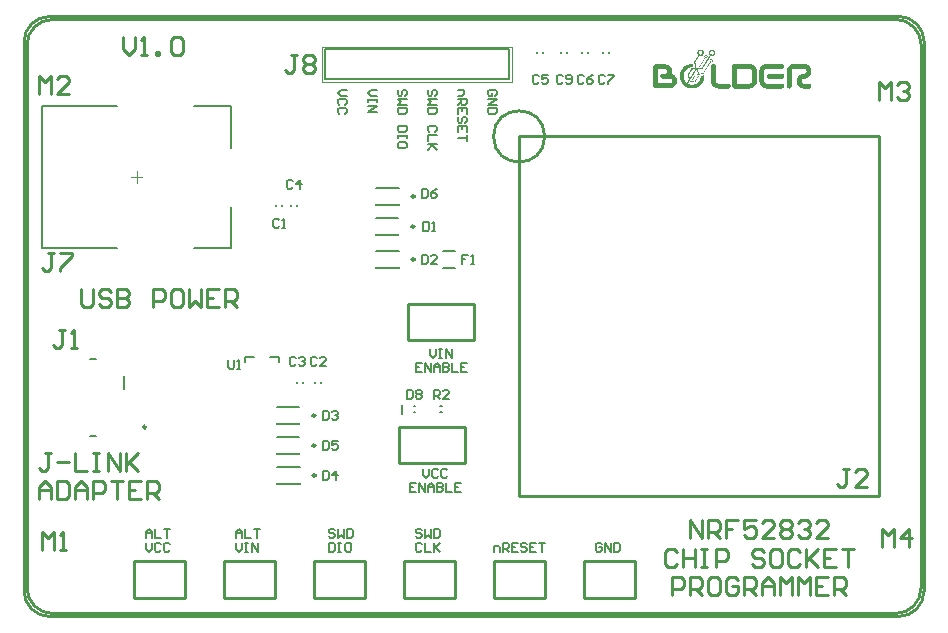
<source format=gto>
G04*
G04 #@! TF.GenerationSoftware,Altium Limited,Altium Designer,21.3.2 (30)*
G04*
G04 Layer_Color=65535*
%FSLAX44Y44*%
%MOMM*%
G71*
G04*
G04 #@! TF.SameCoordinates,7BEB40AD-1A81-495B-ADFE-364E7EA3D76F*
G04*
G04*
G04 #@! TF.FilePolarity,Positive*
G04*
G01*
G75*
%ADD10C,0.2540*%
%ADD11C,0.2500*%
%ADD12C,0.1524*%
%ADD13C,0.2000*%
%ADD14C,0.1270*%
%ADD15C,0.0500*%
G36*
X803107Y712910D02*
X803293D01*
Y712817D01*
X803479D01*
Y712724D01*
X803665D01*
Y712631D01*
X803851D01*
Y712538D01*
X804037D01*
Y712445D01*
X804130D01*
Y712352D01*
X804316D01*
Y712259D01*
X804409D01*
Y712166D01*
X804502D01*
Y712073D01*
X804688D01*
Y711980D01*
X804781D01*
Y711887D01*
X804874D01*
Y711794D01*
X804967D01*
Y711701D01*
X805060D01*
Y711608D01*
X805153D01*
Y711515D01*
X805246D01*
Y711422D01*
X805339D01*
Y711329D01*
X805432D01*
Y711236D01*
X805525D01*
Y711049D01*
X805618D01*
Y710956D01*
X805711D01*
Y710770D01*
X805804D01*
Y710677D01*
X805897D01*
Y710491D01*
X805990D01*
Y710398D01*
X806083D01*
Y710212D01*
X806176D01*
Y710026D01*
X806269D01*
Y709840D01*
X806362D01*
Y709561D01*
X806455D01*
Y709282D01*
X806548D01*
Y709096D01*
X806641D01*
Y708631D01*
X806734D01*
Y708259D01*
X806827D01*
Y706492D01*
X806734D01*
Y706120D01*
X806641D01*
Y705655D01*
X806548D01*
Y705469D01*
X806455D01*
Y705190D01*
X806362D01*
Y704911D01*
X806269D01*
Y704818D01*
X806176D01*
Y704539D01*
X806083D01*
Y704446D01*
X805990D01*
Y704260D01*
X805897D01*
Y704074D01*
X805804D01*
Y703981D01*
X805711D01*
Y703888D01*
X805618D01*
Y703702D01*
X805525D01*
Y703609D01*
X805432D01*
Y703516D01*
X805339D01*
Y703423D01*
X805246D01*
Y703330D01*
X805153D01*
Y703237D01*
X805060D01*
Y703144D01*
X804967D01*
Y703051D01*
X804874D01*
Y702958D01*
X804781D01*
Y702865D01*
X804688D01*
Y702772D01*
X804595D01*
Y702679D01*
X804502D01*
Y702586D01*
X804316D01*
Y702493D01*
X804223D01*
Y702400D01*
X804130D01*
Y702307D01*
X803944D01*
Y702214D01*
X803758D01*
Y702121D01*
X803572D01*
Y702028D01*
X803386D01*
Y701935D01*
X803293D01*
Y701842D01*
X803014D01*
Y701749D01*
X802828D01*
Y701656D01*
X802456D01*
Y701563D01*
X802177D01*
Y701469D01*
X801712D01*
Y701376D01*
X788132D01*
Y701469D01*
X787853D01*
Y701563D01*
X787760D01*
Y701656D01*
X787574D01*
Y701749D01*
X787388D01*
Y701842D01*
X787295D01*
Y701935D01*
X787202D01*
Y702028D01*
X787109D01*
Y702121D01*
X787016D01*
Y702307D01*
X786923D01*
Y702400D01*
X786830D01*
Y702679D01*
X786737D01*
Y702958D01*
X786644D01*
Y719792D01*
X786737D01*
Y720164D01*
X786830D01*
Y720350D01*
X786923D01*
Y720443D01*
X787016D01*
Y720630D01*
X787109D01*
Y720723D01*
X787202D01*
Y720816D01*
X787295D01*
Y720909D01*
X787388D01*
Y721002D01*
X787574D01*
Y721095D01*
X787667D01*
Y721188D01*
X787853D01*
Y721281D01*
X788225D01*
Y721374D01*
X797619D01*
Y721281D01*
X798177D01*
Y721188D01*
X798549D01*
Y721095D01*
X798735D01*
Y721002D01*
X799014D01*
Y720909D01*
X799200D01*
Y720816D01*
X799479D01*
Y720723D01*
X799572D01*
Y720630D01*
X799758D01*
Y720536D01*
X799944D01*
Y720443D01*
X800037D01*
Y720350D01*
X800223D01*
Y720257D01*
X800316D01*
Y720164D01*
X800409D01*
Y720071D01*
X800595D01*
Y719978D01*
X800688D01*
Y719885D01*
X800781D01*
Y719792D01*
X800874D01*
Y719699D01*
X800967D01*
Y719606D01*
X801060D01*
Y719513D01*
X801153D01*
Y719420D01*
X801247D01*
Y719327D01*
X801339D01*
Y719234D01*
X801433D01*
Y719141D01*
X801526D01*
Y718955D01*
X801619D01*
Y718862D01*
X801712D01*
Y718676D01*
X801805D01*
Y718583D01*
X801898D01*
Y718397D01*
X801991D01*
Y718304D01*
X802084D01*
Y718118D01*
X802177D01*
Y717932D01*
X802270D01*
Y717746D01*
X802363D01*
Y717467D01*
X802456D01*
Y717188D01*
X802549D01*
Y716909D01*
X802642D01*
Y716444D01*
X802735D01*
Y715979D01*
X802828D01*
Y714770D01*
X802735D01*
Y714305D01*
X802642D01*
Y713840D01*
X802549D01*
Y713561D01*
X802456D01*
Y713189D01*
X802642D01*
Y713096D01*
X802828D01*
Y713003D01*
X803107D01*
Y712910D01*
D02*
G37*
G36*
X836683Y733930D02*
X837334D01*
Y733837D01*
X837613D01*
Y733744D01*
X837799D01*
Y733651D01*
X837985D01*
Y733558D01*
X838078D01*
Y733465D01*
X838264D01*
Y733372D01*
X838357D01*
Y733279D01*
X838450D01*
Y733186D01*
X838543D01*
Y733093D01*
X838636D01*
Y733000D01*
X838729D01*
Y732907D01*
X838822D01*
Y732814D01*
X838915D01*
Y732535D01*
X839008D01*
Y732442D01*
X839101D01*
Y732256D01*
X839194D01*
Y731884D01*
X839287D01*
Y731512D01*
X839380D01*
Y731047D01*
X839287D01*
Y730675D01*
X839194D01*
Y730302D01*
X839101D01*
Y730116D01*
X839008D01*
Y729930D01*
X838915D01*
Y729744D01*
X838822D01*
Y729651D01*
X838729D01*
Y729465D01*
X838636D01*
Y729372D01*
X838543D01*
Y729279D01*
X838450D01*
Y729186D01*
X838357D01*
Y729093D01*
X838171D01*
Y729000D01*
X838078D01*
Y728907D01*
X837892D01*
Y728814D01*
X837706D01*
Y728721D01*
X837613D01*
Y728628D01*
X837148D01*
Y728535D01*
X835939D01*
Y728628D01*
X835474D01*
Y728535D01*
X835381D01*
Y728349D01*
X835288D01*
Y728256D01*
X835195D01*
Y728163D01*
X835102D01*
Y727977D01*
X835009D01*
Y727791D01*
X834916D01*
Y727605D01*
X834823D01*
Y727512D01*
X834730D01*
Y727326D01*
X834637D01*
Y727233D01*
X834544D01*
Y727140D01*
X834451D01*
Y726954D01*
X834358D01*
Y726768D01*
X834265D01*
Y726582D01*
X834172D01*
Y726489D01*
X834079D01*
Y726396D01*
X833986D01*
Y726210D01*
X833893D01*
Y726024D01*
X833800D01*
Y725931D01*
X833707D01*
Y725745D01*
X833614D01*
Y725559D01*
X833521D01*
Y725466D01*
X833428D01*
Y725373D01*
X833335D01*
Y725187D01*
X833242D01*
Y725001D01*
X833149D01*
Y724815D01*
X833056D01*
Y724722D01*
X832963D01*
Y724629D01*
X832870D01*
Y724443D01*
X832777D01*
Y724257D01*
X832684D01*
Y724164D01*
X832591D01*
Y723978D01*
X832498D01*
Y723885D01*
X832405D01*
Y723699D01*
X832312D01*
Y723606D01*
X832219D01*
Y723420D01*
X832126D01*
Y723234D01*
X832033D01*
Y723048D01*
X831940D01*
Y722955D01*
X831847D01*
Y722862D01*
X831754D01*
Y722676D01*
X831661D01*
Y722583D01*
X831568D01*
Y722397D01*
X831475D01*
Y722211D01*
X831382D01*
Y722118D01*
X831289D01*
Y721932D01*
X831196D01*
Y721839D01*
X831103D01*
Y721653D01*
X831010D01*
Y721560D01*
X830917D01*
Y721374D01*
X830824D01*
Y721188D01*
X830731D01*
Y721095D01*
X830638D01*
Y720909D01*
X830545D01*
Y720816D01*
X830452D01*
Y720630D01*
X830359D01*
Y720443D01*
X830265D01*
Y720350D01*
X830173D01*
Y720164D01*
X830079D01*
Y720071D01*
X829986D01*
Y719885D01*
X829893D01*
Y719792D01*
X829800D01*
Y719606D01*
X829707D01*
Y719420D01*
X829614D01*
Y719327D01*
X829521D01*
Y719141D01*
X829428D01*
Y719048D01*
X829335D01*
Y718862D01*
X829242D01*
Y718769D01*
X829149D01*
Y718583D01*
X829056D01*
Y718397D01*
X828963D01*
Y718304D01*
X828870D01*
Y718118D01*
X828777D01*
Y718025D01*
X828684D01*
Y717839D01*
X828591D01*
Y717653D01*
X828498D01*
Y717560D01*
X828405D01*
Y717374D01*
X828312D01*
Y717281D01*
X828219D01*
Y717095D01*
X824778D01*
Y717002D01*
X824685D01*
Y716816D01*
X824592D01*
Y716723D01*
X824499D01*
Y716630D01*
X824406D01*
Y716165D01*
X824499D01*
Y715979D01*
X824592D01*
Y715700D01*
X824685D01*
Y715421D01*
X824778D01*
Y715235D01*
X824871D01*
Y714956D01*
X824964D01*
Y714770D01*
X825057D01*
Y714491D01*
X825150D01*
Y714212D01*
X825243D01*
Y714026D01*
X825336D01*
Y713747D01*
X825429D01*
Y713561D01*
X825522D01*
Y713375D01*
X825615D01*
Y713282D01*
X825894D01*
Y713375D01*
X826359D01*
Y713468D01*
X826638D01*
Y713561D01*
X827010D01*
Y713654D01*
X827475D01*
Y713747D01*
X827754D01*
Y713840D01*
X828312D01*
Y713933D01*
X828684D01*
Y714026D01*
X828870D01*
Y714119D01*
X828963D01*
Y714305D01*
X829056D01*
Y714398D01*
X829149D01*
Y714491D01*
X829242D01*
Y714677D01*
X829335D01*
Y714770D01*
X829428D01*
Y715049D01*
X829521D01*
Y715142D01*
X829614D01*
Y715328D01*
X829707D01*
Y715421D01*
X829800D01*
Y715514D01*
X829893D01*
Y715700D01*
X829986D01*
Y715886D01*
X830079D01*
Y716072D01*
X830173D01*
Y716165D01*
X830265D01*
Y716258D01*
X830359D01*
Y716444D01*
X830452D01*
Y716537D01*
X830545D01*
Y716723D01*
X830638D01*
Y716909D01*
X830731D01*
Y717095D01*
X830824D01*
Y717188D01*
X830917D01*
Y717281D01*
X831010D01*
Y717467D01*
X831103D01*
Y717653D01*
X831196D01*
Y717746D01*
X831289D01*
Y717932D01*
X831382D01*
Y718118D01*
X831475D01*
Y718211D01*
X831568D01*
Y718304D01*
X831661D01*
Y718490D01*
X831754D01*
Y718676D01*
X831847D01*
Y718769D01*
X831940D01*
Y718955D01*
X832033D01*
Y719048D01*
X832126D01*
Y719234D01*
X832219D01*
Y719420D01*
X832312D01*
Y719606D01*
X832405D01*
Y719699D01*
X832498D01*
Y719792D01*
X832591D01*
Y719978D01*
X832684D01*
Y720071D01*
X832777D01*
Y720350D01*
X832870D01*
Y720443D01*
X832963D01*
Y720536D01*
X833056D01*
Y720723D01*
X833149D01*
Y720816D01*
X833242D01*
Y721002D01*
X833335D01*
Y721095D01*
X833428D01*
Y721374D01*
X833521D01*
Y721467D01*
X833614D01*
Y721560D01*
X833707D01*
Y721746D01*
X833800D01*
Y721839D01*
X833893D01*
Y722025D01*
X833986D01*
Y722211D01*
X834079D01*
Y722304D01*
X834172D01*
Y722490D01*
X834265D01*
Y722583D01*
X834358D01*
Y722769D01*
X834451D01*
Y722862D01*
X834544D01*
Y723048D01*
X834637D01*
Y723234D01*
X834730D01*
Y723699D01*
X834637D01*
Y723792D01*
X834544D01*
Y724071D01*
X834451D01*
Y724722D01*
X834544D01*
Y725094D01*
X834637D01*
Y725187D01*
X834730D01*
Y725373D01*
X834823D01*
Y725466D01*
X835009D01*
Y725559D01*
X835102D01*
Y725652D01*
X835474D01*
Y725745D01*
X836032D01*
Y725652D01*
X836497D01*
Y725559D01*
X836590D01*
Y725466D01*
X836683D01*
Y725373D01*
X836776D01*
Y725280D01*
X836869D01*
Y725187D01*
X836962D01*
Y724908D01*
X837055D01*
Y724722D01*
X837148D01*
Y724071D01*
X837055D01*
Y723885D01*
X836962D01*
Y723699D01*
X836869D01*
Y723513D01*
X836683D01*
Y723327D01*
X836497D01*
Y723234D01*
X836311D01*
Y723141D01*
X836032D01*
Y723048D01*
X835567D01*
Y723141D01*
X835381D01*
Y723048D01*
X835195D01*
Y722955D01*
X835102D01*
Y722769D01*
X835009D01*
Y722676D01*
X834916D01*
Y722397D01*
X834823D01*
Y722304D01*
X834730D01*
Y722118D01*
X834637D01*
Y722025D01*
X834544D01*
Y721932D01*
X834451D01*
Y721746D01*
X834358D01*
Y721560D01*
X834265D01*
Y721467D01*
X834172D01*
Y721281D01*
X834079D01*
Y721095D01*
X833986D01*
Y721002D01*
X833893D01*
Y720909D01*
X833800D01*
Y720723D01*
X833707D01*
Y720536D01*
X833614D01*
Y720350D01*
X833521D01*
Y720257D01*
X833428D01*
Y720164D01*
X833335D01*
Y719978D01*
X833242D01*
Y719792D01*
X833149D01*
Y719699D01*
X833056D01*
Y719513D01*
X832963D01*
Y719420D01*
X832870D01*
Y719234D01*
X832777D01*
Y719141D01*
X832684D01*
Y718955D01*
X832591D01*
Y718769D01*
X832498D01*
Y718676D01*
X832405D01*
Y718490D01*
X832312D01*
Y718397D01*
X832219D01*
Y718211D01*
X832126D01*
Y718025D01*
X832033D01*
Y717932D01*
X831940D01*
Y717746D01*
X831847D01*
Y717653D01*
X831754D01*
Y717467D01*
X831661D01*
Y717374D01*
X831568D01*
Y717095D01*
X831475D01*
Y717002D01*
X831382D01*
Y716909D01*
X831289D01*
Y716723D01*
X831196D01*
Y716630D01*
X831103D01*
Y716444D01*
X831010D01*
Y716351D01*
X830917D01*
Y716165D01*
X830824D01*
Y715979D01*
X830731D01*
Y715886D01*
X830638D01*
Y715700D01*
X830545D01*
Y715607D01*
X830452D01*
Y715421D01*
X830359D01*
Y715235D01*
X830265D01*
Y715142D01*
X830173D01*
Y714956D01*
X830079D01*
Y714863D01*
X829986D01*
Y714677D01*
X829893D01*
Y714584D01*
X829800D01*
Y714398D01*
X829707D01*
Y714212D01*
X829614D01*
Y714119D01*
X829521D01*
Y713933D01*
X829428D01*
Y713840D01*
X829335D01*
Y713654D01*
X829242D01*
Y713561D01*
X829149D01*
Y713468D01*
X828498D01*
Y713375D01*
X828312D01*
Y713282D01*
X827754D01*
Y713189D01*
X827475D01*
Y713096D01*
X827010D01*
Y713003D01*
X826452D01*
Y712910D01*
X826173D01*
Y712817D01*
X825894D01*
Y712631D01*
X825801D01*
Y712538D01*
X825894D01*
Y712166D01*
X825801D01*
Y711980D01*
X825708D01*
Y711794D01*
X825615D01*
Y711701D01*
X825522D01*
Y711515D01*
X825429D01*
Y711422D01*
X825336D01*
Y711236D01*
X825243D01*
Y711049D01*
X825150D01*
Y710956D01*
X825057D01*
Y710770D01*
X824964D01*
Y710677D01*
X824871D01*
Y710491D01*
X824778D01*
Y710305D01*
X824685D01*
Y710212D01*
X824592D01*
Y710026D01*
X824499D01*
Y709933D01*
X824406D01*
Y709747D01*
X824313D01*
Y709654D01*
X824220D01*
Y709468D01*
X824127D01*
Y709282D01*
X824034D01*
Y709189D01*
X823941D01*
Y709003D01*
X823848D01*
Y708910D01*
X823755D01*
Y708724D01*
X823662D01*
Y708538D01*
X823569D01*
Y708445D01*
X823476D01*
Y708259D01*
X823383D01*
Y708166D01*
X823290D01*
Y707980D01*
X823197D01*
Y707887D01*
X823104D01*
Y707701D01*
X823011D01*
Y707515D01*
X822918D01*
Y707422D01*
X822825D01*
Y707236D01*
X822732D01*
Y707143D01*
X822639D01*
Y706957D01*
X822546D01*
Y706864D01*
X822453D01*
Y706678D01*
X822360D01*
Y706492D01*
X822267D01*
Y706399D01*
X822174D01*
Y706213D01*
X821802D01*
Y706306D01*
X821151D01*
Y706399D01*
X820686D01*
Y706492D01*
X820034D01*
Y706585D01*
X819197D01*
Y706678D01*
X818732D01*
Y706771D01*
X817895D01*
Y706864D01*
X817523D01*
Y706957D01*
X817151D01*
Y706864D01*
X817058D01*
Y706771D01*
X816965D01*
Y706678D01*
X816872D01*
Y706492D01*
X816779D01*
Y706306D01*
X816686D01*
Y706213D01*
X816593D01*
Y706027D01*
X816500D01*
Y705934D01*
X816407D01*
Y705748D01*
X816314D01*
Y705562D01*
X816221D01*
Y705469D01*
X816128D01*
Y705283D01*
X816035D01*
Y705097D01*
X816128D01*
Y705004D01*
X816221D01*
Y704911D01*
X816500D01*
Y704818D01*
X816593D01*
Y704725D01*
X816872D01*
Y704632D01*
X817058D01*
Y704539D01*
X817337D01*
Y704446D01*
X817709D01*
Y704353D01*
X817895D01*
Y704260D01*
X818639D01*
Y704167D01*
X820592D01*
Y704260D01*
X821337D01*
Y704353D01*
X821523D01*
Y704446D01*
X821895D01*
Y704539D01*
X822174D01*
Y704632D01*
X822360D01*
Y704725D01*
X822639D01*
Y704818D01*
X822732D01*
Y704911D01*
X823011D01*
Y705004D01*
X823104D01*
Y705097D01*
X823290D01*
Y705190D01*
X823476D01*
Y705283D01*
X823569D01*
Y705376D01*
X823755D01*
Y705469D01*
X823848D01*
Y705562D01*
X824034D01*
Y705655D01*
X824127D01*
Y705748D01*
X824220D01*
Y705841D01*
X824313D01*
Y705934D01*
X824406D01*
Y706027D01*
X824592D01*
Y706120D01*
X824685D01*
Y706213D01*
X824778D01*
Y706306D01*
X824871D01*
Y706399D01*
X824964D01*
Y706492D01*
X825057D01*
Y706585D01*
X825150D01*
Y706771D01*
X825243D01*
Y706864D01*
X825336D01*
Y706957D01*
X825429D01*
Y707143D01*
X825522D01*
Y707236D01*
X825615D01*
Y707329D01*
X825708D01*
Y707515D01*
X825801D01*
Y707608D01*
X825894D01*
Y707794D01*
X825987D01*
Y707887D01*
X826080D01*
Y708166D01*
X826173D01*
Y708259D01*
X826266D01*
Y708538D01*
X826359D01*
Y708724D01*
X826452D01*
Y708910D01*
X826545D01*
Y709282D01*
X826638D01*
Y709468D01*
X826731D01*
Y709933D01*
X826824D01*
Y710491D01*
X826917D01*
Y711143D01*
X827010D01*
Y711329D01*
X827103D01*
Y711422D01*
X827196D01*
Y711608D01*
X827661D01*
Y711701D01*
X827847D01*
Y711794D01*
X828405D01*
Y711887D01*
X828777D01*
Y711980D01*
X829149D01*
Y712073D01*
X829707D01*
Y712166D01*
X829800D01*
Y712259D01*
X829986D01*
Y709840D01*
X829893D01*
Y709468D01*
X829800D01*
Y708910D01*
X829707D01*
Y708538D01*
X829614D01*
Y708259D01*
X829521D01*
Y707887D01*
X829428D01*
Y707794D01*
X829335D01*
Y707422D01*
X829242D01*
Y707329D01*
X829149D01*
Y707050D01*
X829056D01*
Y706864D01*
X828963D01*
Y706678D01*
X828870D01*
Y706492D01*
X828777D01*
Y706399D01*
X828684D01*
Y706120D01*
X828591D01*
Y706027D01*
X828498D01*
Y705841D01*
X828405D01*
Y705655D01*
X828312D01*
Y705562D01*
X828219D01*
Y705376D01*
X828126D01*
Y705283D01*
X828033D01*
Y705190D01*
X827940D01*
Y705097D01*
X827847D01*
Y704911D01*
X827754D01*
Y704818D01*
X827661D01*
Y704725D01*
X827568D01*
Y704632D01*
X827475D01*
Y704539D01*
X827382D01*
Y704353D01*
X827289D01*
Y704260D01*
X827196D01*
Y704167D01*
X827103D01*
Y704074D01*
X826917D01*
Y703888D01*
X826824D01*
Y703795D01*
X826731D01*
Y703702D01*
X826545D01*
Y703609D01*
X826452D01*
Y703516D01*
X826359D01*
Y703423D01*
X826266D01*
Y703330D01*
X826173D01*
Y703237D01*
X825987D01*
Y703144D01*
X825894D01*
Y703051D01*
X825801D01*
Y702958D01*
X825615D01*
Y702865D01*
X825522D01*
Y702772D01*
X825336D01*
Y702679D01*
X825243D01*
Y702586D01*
X825057D01*
Y702493D01*
X824964D01*
Y702400D01*
X824778D01*
Y702307D01*
X824592D01*
Y702214D01*
X824406D01*
Y702121D01*
X824220D01*
Y702028D01*
X824034D01*
Y701935D01*
X823755D01*
Y701842D01*
X823569D01*
Y701749D01*
X823383D01*
Y701656D01*
X823104D01*
Y701563D01*
X822918D01*
Y701469D01*
X822453D01*
Y701376D01*
X822174D01*
Y701283D01*
X821802D01*
Y701190D01*
X821151D01*
Y701097D01*
X820686D01*
Y701004D01*
X818546D01*
Y701097D01*
X818081D01*
Y701190D01*
X817430D01*
Y701283D01*
X817058D01*
Y701376D01*
X816779D01*
Y701469D01*
X816314D01*
Y701563D01*
X816128D01*
Y701656D01*
X815849D01*
Y701749D01*
X815663D01*
Y701842D01*
X815477D01*
Y701935D01*
X815198D01*
Y702028D01*
X815012D01*
Y702121D01*
X814733D01*
Y702214D01*
X814640D01*
Y702307D01*
X814454D01*
Y702400D01*
X814268D01*
Y702493D01*
X814175D01*
Y702586D01*
X813989D01*
Y702679D01*
X813896D01*
Y702772D01*
X813710D01*
Y702865D01*
X813617D01*
Y702958D01*
X813431D01*
Y703051D01*
X813338D01*
Y703144D01*
X813245D01*
Y703237D01*
X813059D01*
Y703330D01*
X812966D01*
Y703423D01*
X812873D01*
Y703516D01*
X812687D01*
Y703702D01*
X812501D01*
Y703795D01*
X812408D01*
Y703888D01*
X812315D01*
Y703981D01*
X812222D01*
Y704074D01*
X812129D01*
Y704167D01*
X812036D01*
Y704260D01*
X811943D01*
Y704353D01*
X811850D01*
Y704446D01*
X811757D01*
Y704632D01*
X811664D01*
Y704725D01*
X811571D01*
Y704818D01*
X811478D01*
Y704911D01*
X811385D01*
Y705004D01*
X811292D01*
Y705190D01*
X811199D01*
Y705283D01*
X811105D01*
Y705469D01*
X811012D01*
Y705562D01*
X810919D01*
Y705748D01*
X810826D01*
Y705841D01*
X810733D01*
Y705934D01*
X810640D01*
Y706120D01*
X810547D01*
Y706306D01*
X810454D01*
Y706492D01*
X810361D01*
Y706678D01*
X810268D01*
Y706864D01*
X810175D01*
Y707050D01*
X810082D01*
Y707236D01*
X809989D01*
Y707515D01*
X809896D01*
Y707701D01*
X809803D01*
Y707980D01*
X809710D01*
Y708259D01*
X809617D01*
Y708538D01*
X809524D01*
Y708910D01*
X809431D01*
Y709189D01*
X809338D01*
Y709933D01*
X809245D01*
Y710584D01*
X809152D01*
Y712259D01*
X809245D01*
Y712817D01*
X809338D01*
Y713654D01*
X809431D01*
Y713840D01*
X809524D01*
Y714305D01*
X809617D01*
Y714491D01*
X809710D01*
Y714770D01*
X809803D01*
Y715142D01*
X809896D01*
Y715235D01*
X809989D01*
Y715607D01*
X810082D01*
Y715700D01*
X810175D01*
Y715886D01*
X810268D01*
Y716165D01*
X810361D01*
Y716258D01*
X810454D01*
Y716444D01*
X810547D01*
Y716630D01*
X810640D01*
Y716816D01*
X810733D01*
Y716909D01*
X810826D01*
Y717002D01*
X810919D01*
Y717188D01*
X811012D01*
Y717281D01*
X811105D01*
Y717467D01*
X811199D01*
Y717560D01*
X811292D01*
Y717746D01*
X811385D01*
Y717839D01*
X811478D01*
Y717932D01*
X811571D01*
Y718025D01*
X811664D01*
Y718118D01*
X811757D01*
Y718304D01*
X811850D01*
Y718397D01*
X811943D01*
Y718490D01*
X812036D01*
Y718583D01*
X812129D01*
Y718676D01*
X812222D01*
Y718769D01*
X812315D01*
Y718862D01*
X812408D01*
Y718955D01*
X812501D01*
Y719048D01*
X812594D01*
Y719141D01*
X812780D01*
Y719234D01*
X812873D01*
Y719327D01*
X812966D01*
Y719420D01*
X813059D01*
Y719513D01*
X813152D01*
Y719606D01*
X813338D01*
Y719699D01*
X813431D01*
Y719792D01*
X813617D01*
Y719885D01*
X813710D01*
Y719978D01*
X813803D01*
Y720071D01*
X813989D01*
Y720164D01*
X814175D01*
Y720257D01*
X814268D01*
Y720350D01*
X814454D01*
Y720443D01*
X814640D01*
Y720536D01*
X814826D01*
Y720630D01*
X815012D01*
Y720723D01*
X815198D01*
Y720816D01*
X815384D01*
Y720909D01*
X815663D01*
Y721002D01*
X815942D01*
Y721095D01*
X816128D01*
Y721188D01*
X816500D01*
Y721281D01*
X816686D01*
Y721374D01*
X817058D01*
Y721467D01*
X817430D01*
Y721560D01*
X817988D01*
Y721653D01*
X819290D01*
Y721746D01*
X819941D01*
Y721653D01*
X820127D01*
Y721374D01*
X820220D01*
Y720816D01*
X820313D01*
Y720630D01*
X820406D01*
Y720071D01*
X820499D01*
Y719792D01*
X820592D01*
Y719606D01*
X820499D01*
Y719513D01*
X818732D01*
Y719420D01*
X818546D01*
Y719327D01*
X818360D01*
Y719234D01*
X818267D01*
Y719141D01*
X818174D01*
Y719048D01*
X818081D01*
Y718955D01*
X817988D01*
Y718862D01*
X817895D01*
Y718676D01*
X817802D01*
Y718583D01*
X817709D01*
Y718397D01*
X817616D01*
Y718304D01*
X817430D01*
Y718211D01*
X817058D01*
Y718118D01*
X816779D01*
Y718025D01*
X816686D01*
Y717932D01*
X816407D01*
Y717839D01*
X816314D01*
Y717746D01*
X816035D01*
Y717653D01*
X815942D01*
Y717560D01*
X815756D01*
Y717467D01*
X815570D01*
Y717374D01*
X815477D01*
Y717281D01*
X815291D01*
Y717188D01*
X815198D01*
Y717095D01*
X815105D01*
Y717002D01*
X815012D01*
Y716909D01*
X814919D01*
Y716816D01*
X814733D01*
Y716723D01*
X814640D01*
Y716630D01*
X814547D01*
Y716537D01*
X814454D01*
Y716444D01*
X814361D01*
Y716351D01*
X814268D01*
Y716258D01*
X814175D01*
Y716165D01*
X814082D01*
Y716072D01*
X813989D01*
Y715886D01*
X813896D01*
Y715793D01*
X813803D01*
Y715700D01*
X813710D01*
Y715514D01*
X813617D01*
Y715421D01*
X813524D01*
Y715235D01*
X813431D01*
Y715142D01*
X813338D01*
Y715049D01*
X813245D01*
Y714770D01*
X813152D01*
Y714677D01*
X813059D01*
Y714398D01*
X812966D01*
Y714305D01*
X812873D01*
Y714026D01*
X812780D01*
Y713747D01*
X812687D01*
Y713561D01*
X812594D01*
Y713096D01*
X812501D01*
Y712910D01*
X812408D01*
Y712073D01*
X812315D01*
Y710677D01*
X812408D01*
Y709933D01*
X812501D01*
Y709654D01*
X812594D01*
Y709189D01*
X812687D01*
Y709003D01*
X812780D01*
Y708724D01*
X812873D01*
Y708445D01*
X812966D01*
Y708352D01*
X813059D01*
Y708073D01*
X813152D01*
Y707980D01*
X813245D01*
Y707794D01*
X813338D01*
Y707608D01*
X813431D01*
Y707515D01*
X813524D01*
Y707329D01*
X813617D01*
Y707236D01*
X813710D01*
Y707050D01*
X813803D01*
Y706957D01*
X813896D01*
Y706864D01*
X813989D01*
Y706771D01*
X814082D01*
Y706678D01*
X814175D01*
Y706492D01*
X814268D01*
Y706399D01*
X814361D01*
Y706306D01*
X814454D01*
Y706213D01*
X814547D01*
Y706120D01*
X814640D01*
Y706027D01*
X814826D01*
Y705841D01*
X815198D01*
Y705934D01*
X815291D01*
Y706027D01*
X815384D01*
Y706213D01*
X815477D01*
Y706306D01*
X815570D01*
Y706492D01*
X815663D01*
Y706678D01*
X815756D01*
Y706771D01*
X815849D01*
Y706957D01*
X815942D01*
Y707050D01*
X816035D01*
Y707236D01*
X816128D01*
Y707329D01*
X816221D01*
Y707515D01*
X816314D01*
Y707701D01*
X816407D01*
Y707794D01*
X816500D01*
Y707980D01*
X816593D01*
Y708073D01*
X816686D01*
Y708259D01*
X816779D01*
Y708352D01*
X816872D01*
Y708817D01*
X816779D01*
Y709003D01*
X816686D01*
Y709561D01*
X816593D01*
Y709747D01*
X816500D01*
Y710398D01*
X816407D01*
Y710677D01*
X816314D01*
Y711143D01*
X816221D01*
Y711608D01*
X816128D01*
Y711794D01*
X816035D01*
Y712445D01*
X815942D01*
Y712631D01*
X815849D01*
Y712910D01*
X815942D01*
Y713003D01*
X816035D01*
Y713189D01*
X816128D01*
Y713282D01*
X816221D01*
Y713468D01*
X816314D01*
Y713654D01*
X816407D01*
Y713747D01*
X816500D01*
Y713933D01*
X816593D01*
Y714026D01*
X816686D01*
Y714212D01*
X816779D01*
Y714398D01*
X816872D01*
Y714491D01*
X816965D01*
Y714677D01*
X817058D01*
Y714770D01*
X817151D01*
Y714956D01*
X817244D01*
Y715049D01*
X817337D01*
Y715235D01*
X817430D01*
Y715421D01*
X817523D01*
Y715514D01*
X817616D01*
Y715700D01*
X817709D01*
Y715793D01*
X817802D01*
Y715979D01*
X817895D01*
Y716165D01*
X817988D01*
Y716258D01*
X818081D01*
Y716444D01*
X818174D01*
Y716537D01*
X818267D01*
Y716723D01*
X818360D01*
Y716816D01*
X818453D01*
Y717002D01*
X818546D01*
Y717188D01*
X818639D01*
Y717281D01*
X818732D01*
Y717467D01*
X818825D01*
Y717560D01*
X818918D01*
Y717746D01*
X819011D01*
Y717932D01*
X819104D01*
Y718025D01*
X819290D01*
Y718118D01*
X819383D01*
Y718025D01*
X821802D01*
Y718118D01*
X821988D01*
Y718025D01*
X822081D01*
Y718118D01*
X822360D01*
Y718583D01*
X822267D01*
Y719048D01*
X822174D01*
Y719420D01*
X822081D01*
Y719978D01*
X821988D01*
Y720257D01*
X821895D01*
Y720536D01*
X821802D01*
Y721095D01*
X821709D01*
Y721374D01*
X821616D01*
Y721932D01*
X821523D01*
Y722304D01*
X821430D01*
Y722676D01*
X821337D01*
Y723141D01*
X821244D01*
Y723420D01*
X821337D01*
Y723606D01*
X821430D01*
Y723699D01*
X821523D01*
Y723885D01*
X821616D01*
Y724071D01*
X821709D01*
Y724164D01*
X821802D01*
Y724350D01*
X821895D01*
Y724443D01*
X821988D01*
Y724629D01*
X822081D01*
Y724815D01*
X822174D01*
Y724908D01*
X822267D01*
Y725094D01*
X822360D01*
Y725187D01*
X822453D01*
Y725373D01*
X822546D01*
Y725466D01*
X822639D01*
Y725652D01*
X822732D01*
Y725838D01*
X822825D01*
Y725931D01*
X822918D01*
Y726117D01*
X823011D01*
Y726210D01*
X823104D01*
Y726396D01*
X823197D01*
Y726582D01*
X823290D01*
Y726675D01*
X823383D01*
Y726861D01*
X823476D01*
Y726954D01*
X823569D01*
Y727140D01*
X823662D01*
Y727233D01*
X823755D01*
Y727419D01*
X823848D01*
Y727605D01*
X823941D01*
Y727698D01*
X824034D01*
Y727884D01*
X824127D01*
Y727977D01*
X824220D01*
Y728070D01*
X824313D01*
Y728349D01*
X824406D01*
Y728442D01*
X824499D01*
Y728628D01*
X824592D01*
Y728721D01*
X824685D01*
Y728814D01*
X824778D01*
Y729279D01*
X824685D01*
Y729372D01*
X824592D01*
Y729465D01*
X824499D01*
Y729651D01*
X824406D01*
Y729744D01*
X824313D01*
Y730023D01*
X824220D01*
Y730209D01*
X824127D01*
Y730489D01*
X824034D01*
Y731884D01*
X824127D01*
Y732070D01*
X824220D01*
Y732349D01*
X824313D01*
Y732535D01*
X824406D01*
Y732628D01*
X824499D01*
Y732814D01*
X824592D01*
Y732907D01*
X824685D01*
Y733000D01*
X824778D01*
Y733093D01*
X824871D01*
Y733186D01*
X824964D01*
Y733279D01*
X825057D01*
Y733372D01*
X825150D01*
Y733465D01*
X825336D01*
Y733558D01*
X825429D01*
Y733651D01*
X825801D01*
Y733744D01*
X825894D01*
Y733837D01*
X826545D01*
Y733930D01*
X827103D01*
Y733837D01*
X827661D01*
Y733744D01*
X827847D01*
Y733651D01*
X828126D01*
Y733558D01*
X828219D01*
Y733465D01*
X828405D01*
Y733372D01*
X828498D01*
Y733279D01*
X828591D01*
Y733186D01*
X828684D01*
Y733093D01*
X828777D01*
Y733000D01*
X828870D01*
Y732907D01*
X828963D01*
Y732814D01*
X829056D01*
Y732628D01*
X829149D01*
Y732535D01*
X829242D01*
Y732349D01*
X829335D01*
Y732070D01*
X829428D01*
Y731884D01*
X829521D01*
Y730395D01*
X829428D01*
Y730209D01*
X829335D01*
Y729930D01*
X829242D01*
Y729837D01*
X829149D01*
Y729651D01*
X829056D01*
Y729465D01*
X828963D01*
Y729372D01*
X828870D01*
Y729279D01*
X828777D01*
Y729186D01*
X828684D01*
Y729093D01*
X828591D01*
Y729000D01*
X828498D01*
Y728907D01*
X828312D01*
Y728814D01*
X828219D01*
Y728721D01*
X828033D01*
Y728628D01*
X827754D01*
Y728535D01*
X827568D01*
Y728442D01*
X826080D01*
Y728535D01*
X825801D01*
Y728442D01*
X825615D01*
Y728256D01*
X825522D01*
Y728070D01*
X825429D01*
Y727977D01*
X825336D01*
Y727884D01*
X825243D01*
Y727698D01*
X825150D01*
Y727512D01*
X825057D01*
Y727326D01*
X824964D01*
Y727233D01*
X824871D01*
Y727047D01*
X824778D01*
Y726954D01*
X824685D01*
Y726768D01*
X824592D01*
Y726675D01*
X824499D01*
Y726489D01*
X824406D01*
Y726303D01*
X824313D01*
Y726210D01*
X824220D01*
Y726024D01*
X824127D01*
Y725931D01*
X824034D01*
Y725745D01*
X823941D01*
Y725652D01*
X823848D01*
Y725466D01*
X823755D01*
Y725280D01*
X823662D01*
Y725187D01*
X823569D01*
Y725094D01*
X823476D01*
Y724908D01*
X823383D01*
Y724815D01*
X823290D01*
Y724629D01*
X823197D01*
Y724443D01*
X823104D01*
Y724257D01*
X823011D01*
Y724164D01*
X822918D01*
Y723978D01*
X822825D01*
Y723885D01*
X822732D01*
Y723792D01*
X822639D01*
Y723606D01*
X822546D01*
Y723420D01*
X822453D01*
Y723234D01*
X822360D01*
Y722676D01*
X822453D01*
Y722304D01*
X822546D01*
Y721932D01*
X822639D01*
Y721374D01*
X822732D01*
Y721095D01*
X822825D01*
Y720630D01*
X822918D01*
Y720350D01*
X823011D01*
Y719978D01*
X823104D01*
Y719420D01*
X823197D01*
Y719048D01*
X823290D01*
Y718583D01*
X823383D01*
Y718304D01*
X823476D01*
Y718118D01*
X824778D01*
Y718211D01*
X824871D01*
Y718304D01*
X824964D01*
Y718490D01*
X825057D01*
Y718583D01*
X825150D01*
Y718769D01*
X825243D01*
Y718955D01*
X825336D01*
Y719048D01*
X825429D01*
Y719234D01*
X825522D01*
Y719327D01*
X825615D01*
Y719513D01*
X825708D01*
Y719699D01*
X825801D01*
Y719792D01*
X825894D01*
Y719978D01*
X825987D01*
Y720071D01*
X826080D01*
Y720257D01*
X826173D01*
Y720350D01*
X826266D01*
Y720536D01*
X826359D01*
Y720723D01*
X826452D01*
Y720816D01*
X826545D01*
Y721002D01*
X826638D01*
Y721095D01*
X826731D01*
Y721281D01*
X826824D01*
Y721467D01*
X826917D01*
Y721560D01*
X827010D01*
Y721746D01*
X827103D01*
Y721839D01*
X827196D01*
Y722025D01*
X827289D01*
Y722118D01*
X827382D01*
Y722304D01*
X827475D01*
Y722490D01*
X827568D01*
Y722583D01*
X827661D01*
Y722769D01*
X827754D01*
Y722862D01*
X827847D01*
Y723048D01*
X827940D01*
Y723141D01*
X828033D01*
Y723327D01*
X828126D01*
Y723513D01*
X828219D01*
Y723606D01*
X828312D01*
Y723792D01*
X828405D01*
Y723885D01*
X828498D01*
Y724071D01*
X828591D01*
Y724164D01*
X828684D01*
Y724350D01*
X828777D01*
Y724536D01*
X828870D01*
Y724629D01*
X828963D01*
Y724815D01*
X829056D01*
Y725001D01*
X829149D01*
Y725094D01*
X829242D01*
Y725280D01*
X829335D01*
Y725373D01*
X829428D01*
Y725559D01*
X829521D01*
Y725652D01*
X829614D01*
Y725838D01*
X829707D01*
Y726024D01*
X829800D01*
Y726117D01*
X829893D01*
Y726303D01*
X829986D01*
Y726396D01*
X830079D01*
Y726582D01*
X830173D01*
Y726675D01*
X830265D01*
Y726861D01*
X830359D01*
Y727047D01*
X830265D01*
Y727233D01*
X830173D01*
Y727326D01*
X830079D01*
Y727605D01*
X829986D01*
Y728442D01*
X830079D01*
Y728721D01*
X830173D01*
Y728814D01*
X830265D01*
Y729000D01*
X830359D01*
Y729093D01*
X830452D01*
Y729186D01*
X830638D01*
Y729279D01*
X830917D01*
Y729372D01*
X831754D01*
Y729279D01*
X831940D01*
Y729186D01*
X832126D01*
Y729093D01*
X832219D01*
Y729000D01*
X832312D01*
Y728907D01*
X832405D01*
Y728721D01*
X832498D01*
Y728535D01*
X832591D01*
Y728349D01*
X832684D01*
Y727791D01*
X832591D01*
Y727512D01*
X832498D01*
Y727326D01*
X832405D01*
Y727233D01*
X832312D01*
Y727140D01*
X832219D01*
Y727047D01*
X832126D01*
Y726954D01*
X832033D01*
Y726861D01*
X831847D01*
Y726768D01*
X831661D01*
Y726675D01*
X830824D01*
Y726582D01*
X830731D01*
Y726396D01*
X830638D01*
Y726303D01*
X830545D01*
Y726117D01*
X830452D01*
Y725931D01*
X830359D01*
Y725838D01*
X830265D01*
Y725652D01*
X830173D01*
Y725559D01*
X830079D01*
Y725373D01*
X829986D01*
Y725187D01*
X829893D01*
Y725094D01*
X829800D01*
Y724908D01*
X829707D01*
Y724815D01*
X829614D01*
Y724629D01*
X829521D01*
Y724443D01*
X829428D01*
Y724350D01*
X829335D01*
Y724164D01*
X829242D01*
Y724071D01*
X829149D01*
Y723885D01*
X829056D01*
Y723792D01*
X828963D01*
Y723606D01*
X828870D01*
Y723420D01*
X828777D01*
Y723327D01*
X828684D01*
Y723141D01*
X828591D01*
Y723048D01*
X828498D01*
Y722862D01*
X828405D01*
Y722769D01*
X828312D01*
Y722583D01*
X828219D01*
Y722397D01*
X828126D01*
Y722304D01*
X828033D01*
Y722118D01*
X827940D01*
Y722025D01*
X827847D01*
Y721839D01*
X827754D01*
Y721653D01*
X827661D01*
Y721560D01*
X827568D01*
Y721374D01*
X827475D01*
Y721281D01*
X827382D01*
Y721095D01*
X827289D01*
Y721002D01*
X827196D01*
Y720816D01*
X827103D01*
Y720630D01*
X827010D01*
Y720536D01*
X826917D01*
Y720350D01*
X826824D01*
Y720257D01*
X826731D01*
Y720071D01*
X826638D01*
Y719885D01*
X826545D01*
Y719792D01*
X826452D01*
Y719606D01*
X826359D01*
Y719513D01*
X826266D01*
Y719327D01*
X826173D01*
Y719234D01*
X826080D01*
Y719141D01*
X825987D01*
Y718955D01*
X825894D01*
Y718769D01*
X825801D01*
Y718676D01*
X825708D01*
Y718490D01*
X825615D01*
Y718304D01*
X825522D01*
Y718211D01*
X825615D01*
Y718118D01*
X827568D01*
Y718211D01*
X827661D01*
Y718304D01*
X827754D01*
Y718397D01*
X827847D01*
Y718583D01*
X827940D01*
Y718676D01*
X828033D01*
Y718862D01*
X828126D01*
Y719048D01*
X828219D01*
Y719141D01*
X828312D01*
Y719327D01*
X828405D01*
Y719420D01*
X828498D01*
Y719606D01*
X828591D01*
Y719699D01*
X828684D01*
Y719885D01*
X828777D01*
Y720071D01*
X828870D01*
Y720164D01*
X828963D01*
Y720350D01*
X829056D01*
Y720443D01*
X829149D01*
Y720630D01*
X829242D01*
Y720816D01*
X829335D01*
Y720909D01*
X829428D01*
Y721095D01*
X829521D01*
Y721188D01*
X829614D01*
Y721374D01*
X829707D01*
Y721467D01*
X829800D01*
Y721653D01*
X829893D01*
Y721839D01*
X829986D01*
Y721932D01*
X830079D01*
Y722118D01*
X830173D01*
Y722211D01*
X830265D01*
Y722397D01*
X830359D01*
Y722583D01*
X830452D01*
Y722676D01*
X830545D01*
Y722862D01*
X830638D01*
Y722955D01*
X830731D01*
Y723141D01*
X830824D01*
Y723234D01*
X830917D01*
Y723420D01*
X831010D01*
Y723606D01*
X831103D01*
Y723699D01*
X831196D01*
Y723885D01*
X831289D01*
Y723978D01*
X831382D01*
Y724164D01*
X831475D01*
Y724350D01*
X831568D01*
Y724443D01*
X831661D01*
Y724629D01*
X831754D01*
Y724722D01*
X831847D01*
Y724908D01*
X831940D01*
Y725001D01*
X832033D01*
Y725187D01*
X832126D01*
Y725373D01*
X832219D01*
Y725466D01*
X832312D01*
Y725652D01*
X832405D01*
Y725745D01*
X832498D01*
Y725931D01*
X832591D01*
Y726024D01*
X832684D01*
Y726210D01*
X832777D01*
Y726396D01*
X832870D01*
Y726489D01*
X832963D01*
Y726675D01*
X833056D01*
Y726768D01*
X833149D01*
Y726954D01*
X833242D01*
Y727140D01*
X833335D01*
Y727233D01*
X833428D01*
Y727419D01*
X833521D01*
Y727512D01*
X833614D01*
Y727698D01*
X833707D01*
Y727791D01*
X833800D01*
Y727977D01*
X833893D01*
Y728163D01*
X833986D01*
Y728256D01*
X834079D01*
Y728442D01*
X834172D01*
Y728535D01*
X834265D01*
Y728721D01*
X834358D01*
Y728907D01*
X834451D01*
Y729000D01*
X834544D01*
Y729372D01*
X834451D01*
Y729465D01*
X834358D01*
Y729558D01*
X834265D01*
Y729651D01*
X834172D01*
Y729837D01*
X834079D01*
Y730023D01*
X833986D01*
Y730209D01*
X833893D01*
Y730675D01*
X833800D01*
Y731791D01*
X833893D01*
Y732256D01*
X833986D01*
Y732442D01*
X834079D01*
Y732628D01*
X834172D01*
Y732814D01*
X834265D01*
Y732907D01*
X834358D01*
Y733093D01*
X834544D01*
Y733186D01*
X834637D01*
Y733279D01*
X834730D01*
Y733372D01*
X834823D01*
Y733465D01*
X834916D01*
Y733558D01*
X835009D01*
Y733651D01*
X835288D01*
Y733744D01*
X835381D01*
Y733837D01*
X835660D01*
Y733930D01*
X836311D01*
Y734023D01*
X836683D01*
Y733930D01*
D02*
G37*
G36*
X837985Y721746D02*
X838357D01*
Y721653D01*
X838636D01*
Y721560D01*
X838729D01*
Y721467D01*
X838915D01*
Y721374D01*
X839008D01*
Y721281D01*
X839101D01*
Y721188D01*
X839194D01*
Y721095D01*
X839287D01*
Y721002D01*
X839380D01*
Y720816D01*
X839473D01*
Y720723D01*
X839566D01*
Y720443D01*
X839659D01*
Y719606D01*
X839752D01*
Y707236D01*
X839659D01*
Y707143D01*
X839752D01*
Y706678D01*
X839845D01*
Y706399D01*
X839938D01*
Y706213D01*
X840031D01*
Y706120D01*
X840124D01*
Y705934D01*
X840217D01*
Y705841D01*
X840311D01*
Y705748D01*
X840404D01*
Y705655D01*
X840497D01*
Y705562D01*
X840683D01*
Y705469D01*
X840776D01*
Y705376D01*
X840962D01*
Y705283D01*
X841148D01*
Y705190D01*
X841520D01*
Y705097D01*
X850820D01*
Y705004D01*
X851099D01*
Y704911D01*
X851286D01*
Y704818D01*
X851472D01*
Y704725D01*
X851658D01*
Y704539D01*
X851844D01*
Y704353D01*
X851937D01*
Y704260D01*
X852030D01*
Y704074D01*
X852123D01*
Y703888D01*
X852216D01*
Y703609D01*
X852309D01*
Y702400D01*
X852216D01*
Y702214D01*
X852123D01*
Y701935D01*
X852030D01*
Y701842D01*
X851937D01*
Y701656D01*
X851844D01*
Y701563D01*
X851751D01*
Y701469D01*
X851658D01*
Y701376D01*
X851565D01*
Y701283D01*
X851472D01*
Y701190D01*
X851193D01*
Y701097D01*
X851006D01*
Y701004D01*
X850635D01*
Y700911D01*
X841334D01*
Y701004D01*
X840590D01*
Y701097D01*
X840217D01*
Y701190D01*
X839845D01*
Y701283D01*
X839659D01*
Y701376D01*
X839380D01*
Y701469D01*
X839194D01*
Y701563D01*
X839008D01*
Y701656D01*
X838822D01*
Y701749D01*
X838636D01*
Y701842D01*
X838450D01*
Y701935D01*
X838357D01*
Y702028D01*
X838264D01*
Y702121D01*
X838078D01*
Y702214D01*
X837985D01*
Y702307D01*
X837892D01*
Y702400D01*
X837706D01*
Y702493D01*
X837613D01*
Y702586D01*
X837520D01*
Y702679D01*
X837427D01*
Y702772D01*
X837334D01*
Y702865D01*
X837241D01*
Y702958D01*
X837148D01*
Y703051D01*
X837055D01*
Y703144D01*
X836962D01*
Y703330D01*
X836869D01*
Y703423D01*
X836776D01*
Y703516D01*
X836683D01*
Y703702D01*
X836590D01*
Y703795D01*
X836497D01*
Y703981D01*
X836404D01*
Y704074D01*
X836311D01*
Y704260D01*
X836218D01*
Y704446D01*
X836125D01*
Y704632D01*
X836032D01*
Y704818D01*
X835939D01*
Y705004D01*
X835846D01*
Y705376D01*
X835753D01*
Y705655D01*
X835660D01*
Y706120D01*
X835567D01*
Y706771D01*
X835474D01*
Y719978D01*
X835567D01*
Y720443D01*
X835660D01*
Y720723D01*
X835753D01*
Y720816D01*
X835846D01*
Y721002D01*
X835939D01*
Y721095D01*
X836032D01*
Y721188D01*
X836125D01*
Y721281D01*
X836218D01*
Y721374D01*
X836311D01*
Y721467D01*
X836497D01*
Y721560D01*
X836590D01*
Y721653D01*
X836869D01*
Y721746D01*
X837148D01*
Y721839D01*
X837985D01*
Y721746D01*
D02*
G37*
G36*
X896023Y713375D02*
X896395D01*
Y713282D01*
X896581D01*
Y713189D01*
X896674D01*
Y713096D01*
X896767D01*
Y713003D01*
X896953D01*
Y712910D01*
X897046D01*
Y712817D01*
X897139D01*
Y712631D01*
X897232D01*
Y712538D01*
X897325D01*
Y712352D01*
X897418D01*
Y712073D01*
X897511D01*
Y711794D01*
X897604D01*
Y710863D01*
X897511D01*
Y710584D01*
X897418D01*
Y710398D01*
X897325D01*
Y710212D01*
X897232D01*
Y710119D01*
X897139D01*
Y709933D01*
X897046D01*
Y709840D01*
X896953D01*
Y709747D01*
X896767D01*
Y709654D01*
X896674D01*
Y709561D01*
X896488D01*
Y709468D01*
X896302D01*
Y709375D01*
X895837D01*
Y709282D01*
X884583D01*
Y709375D01*
X884211D01*
Y709468D01*
X883932D01*
Y709561D01*
X883839D01*
Y709654D01*
X883653D01*
Y709747D01*
X883560D01*
Y709840D01*
X883467D01*
Y709933D01*
X883374D01*
Y710026D01*
X883281D01*
Y710119D01*
X883188D01*
Y710305D01*
X883095D01*
Y710491D01*
X883002D01*
Y710677D01*
X882909D01*
Y711236D01*
X882816D01*
Y711422D01*
X882909D01*
Y712073D01*
X883002D01*
Y712259D01*
X883095D01*
Y712445D01*
X883188D01*
Y712631D01*
X883281D01*
Y712724D01*
X883374D01*
Y712817D01*
X883467D01*
Y712910D01*
X883560D01*
Y713003D01*
X883653D01*
Y713096D01*
X883746D01*
Y713189D01*
X883932D01*
Y713282D01*
X884118D01*
Y713375D01*
X884490D01*
Y713468D01*
X896023D01*
Y713375D01*
D02*
G37*
G36*
X915090Y721746D02*
X915648D01*
Y721653D01*
X916113D01*
Y721560D01*
X916299D01*
Y721467D01*
X916671D01*
Y721374D01*
X916857D01*
Y721281D01*
X917043D01*
Y721188D01*
X917229D01*
Y721095D01*
X917415D01*
Y721002D01*
X917601D01*
Y720909D01*
X917787D01*
Y720816D01*
X917880D01*
Y720723D01*
X918066D01*
Y720630D01*
X918159D01*
Y720536D01*
X918252D01*
Y720443D01*
X918438D01*
Y720350D01*
X918531D01*
Y720257D01*
X918624D01*
Y720164D01*
X918717D01*
Y720071D01*
X918810D01*
Y719978D01*
X918903D01*
Y719885D01*
X918996D01*
Y719792D01*
X919089D01*
Y719699D01*
X919182D01*
Y719606D01*
X919275D01*
Y719513D01*
X919368D01*
Y719327D01*
X919461D01*
Y719234D01*
X919554D01*
Y719141D01*
X919647D01*
Y718955D01*
X919740D01*
Y718862D01*
X919833D01*
Y718676D01*
X919926D01*
Y718490D01*
X920019D01*
Y718304D01*
X920113D01*
Y718211D01*
X920206D01*
Y717932D01*
X920298D01*
Y717746D01*
X920391D01*
Y717467D01*
X920484D01*
Y717188D01*
X920577D01*
Y716816D01*
X920670D01*
Y715886D01*
X920763D01*
Y715514D01*
X920670D01*
Y714305D01*
X920577D01*
Y713933D01*
X920484D01*
Y713654D01*
X920391D01*
Y713375D01*
X920298D01*
Y713189D01*
X920206D01*
Y712910D01*
X920113D01*
Y712817D01*
X920019D01*
Y712631D01*
X919926D01*
Y712445D01*
X919833D01*
Y712259D01*
X919740D01*
Y712166D01*
X919647D01*
Y711980D01*
X919554D01*
Y711887D01*
X919461D01*
Y711794D01*
X919368D01*
Y711608D01*
X919275D01*
Y711515D01*
X919182D01*
Y711422D01*
X919089D01*
Y711329D01*
X918996D01*
Y711236D01*
X918903D01*
Y711143D01*
X918810D01*
Y711049D01*
X918717D01*
Y710956D01*
X918624D01*
Y710863D01*
X918531D01*
Y710770D01*
X918345D01*
Y710677D01*
X918252D01*
Y710584D01*
X918159D01*
Y710491D01*
X917973D01*
Y710398D01*
X917880D01*
Y710305D01*
X917694D01*
Y710212D01*
X917601D01*
Y710119D01*
X917415D01*
Y710026D01*
X917229D01*
Y709933D01*
X917043D01*
Y709840D01*
X916857D01*
Y709747D01*
X916671D01*
Y709654D01*
X916299D01*
Y709561D01*
X916020D01*
Y709468D01*
X915648D01*
Y709375D01*
X914904D01*
Y709282D01*
X913974D01*
Y709189D01*
X913602D01*
Y709096D01*
X913416D01*
Y709003D01*
X913230D01*
Y708910D01*
X913137D01*
Y708817D01*
X913044D01*
Y708724D01*
X912951D01*
Y708631D01*
X912858D01*
Y708538D01*
X912765D01*
Y708352D01*
X912672D01*
Y708259D01*
X912579D01*
Y708073D01*
X912486D01*
Y707887D01*
X912393D01*
Y707422D01*
X912300D01*
Y707050D01*
X912393D01*
Y706585D01*
X912486D01*
Y706399D01*
X912579D01*
Y706213D01*
X912672D01*
Y706027D01*
X912765D01*
Y705934D01*
X912858D01*
Y705841D01*
X912951D01*
Y705748D01*
X913044D01*
Y705655D01*
X913137D01*
Y705562D01*
X913230D01*
Y705469D01*
X913416D01*
Y705376D01*
X913602D01*
Y705283D01*
X913695D01*
Y705190D01*
X914160D01*
Y705097D01*
X919182D01*
Y705004D01*
X919554D01*
Y704911D01*
X919740D01*
Y704818D01*
X919833D01*
Y704725D01*
X920019D01*
Y704632D01*
X920113D01*
Y704539D01*
X920206D01*
Y704446D01*
X920298D01*
Y704353D01*
X920391D01*
Y704167D01*
X920484D01*
Y703981D01*
X920577D01*
Y703795D01*
X920670D01*
Y703144D01*
X920763D01*
Y702865D01*
X920670D01*
Y702307D01*
X920577D01*
Y702028D01*
X920484D01*
Y701935D01*
X920391D01*
Y701749D01*
X920298D01*
Y701656D01*
X920206D01*
Y701469D01*
X920019D01*
Y701376D01*
X919926D01*
Y701283D01*
X919833D01*
Y701190D01*
X919647D01*
Y701097D01*
X919461D01*
Y701004D01*
X918996D01*
Y700911D01*
X913881D01*
Y701004D01*
X913230D01*
Y701097D01*
X912858D01*
Y701190D01*
X912486D01*
Y701283D01*
X912300D01*
Y701376D01*
X912021D01*
Y701469D01*
X911835D01*
Y701563D01*
X911649D01*
Y701656D01*
X911463D01*
Y701749D01*
X911277D01*
Y701842D01*
X911091D01*
Y701935D01*
X910997D01*
Y702028D01*
X910811D01*
Y702121D01*
X910719D01*
Y702214D01*
X910626D01*
Y702307D01*
X910440D01*
Y702400D01*
X910347D01*
Y702493D01*
X910254D01*
Y702586D01*
X910161D01*
Y702679D01*
X910067D01*
Y702772D01*
X909974D01*
Y702865D01*
X909881D01*
Y702958D01*
X909788D01*
Y703051D01*
X909695D01*
Y703144D01*
X909602D01*
Y703237D01*
X909509D01*
Y703423D01*
X909416D01*
Y703516D01*
X909323D01*
Y703609D01*
X909230D01*
Y703795D01*
X909137D01*
Y703888D01*
X909044D01*
Y704074D01*
X908951D01*
Y704167D01*
X908858D01*
Y704353D01*
X908765D01*
Y704539D01*
X908672D01*
Y704725D01*
X908579D01*
Y705004D01*
X908486D01*
Y705190D01*
X908393D01*
Y705562D01*
X908300D01*
Y705934D01*
X908207D01*
Y706492D01*
X908114D01*
Y707980D01*
X908207D01*
Y708538D01*
X908300D01*
Y708910D01*
X908393D01*
Y709282D01*
X908486D01*
Y709375D01*
X908579D01*
Y709654D01*
X908672D01*
Y709840D01*
X908765D01*
Y710026D01*
X908858D01*
Y710212D01*
X908951D01*
Y710398D01*
X909044D01*
Y710584D01*
X909137D01*
Y710677D01*
X909230D01*
Y710863D01*
X909323D01*
Y710956D01*
X909416D01*
Y711049D01*
X909509D01*
Y711236D01*
X909602D01*
Y711329D01*
X909695D01*
Y711422D01*
X909788D01*
Y711515D01*
X909881D01*
Y711608D01*
X909974D01*
Y711701D01*
X910067D01*
Y711794D01*
X910161D01*
Y711887D01*
X910254D01*
Y711980D01*
X910347D01*
Y712073D01*
X910533D01*
Y712166D01*
X910626D01*
Y712259D01*
X910719D01*
Y712352D01*
X910904D01*
Y712445D01*
X910997D01*
Y712538D01*
X911184D01*
Y712631D01*
X911277D01*
Y712724D01*
X911463D01*
Y712817D01*
X911742D01*
Y712910D01*
X911835D01*
Y713003D01*
X912114D01*
Y713096D01*
X912300D01*
Y713189D01*
X912672D01*
Y713282D01*
X912951D01*
Y713375D01*
X913602D01*
Y713468D01*
X914904D01*
Y713561D01*
X915090D01*
Y713654D01*
X915369D01*
Y713747D01*
X915555D01*
Y713840D01*
X915648D01*
Y713933D01*
X915834D01*
Y714026D01*
X915927D01*
Y714119D01*
X916020D01*
Y714212D01*
X916113D01*
Y714398D01*
X916206D01*
Y714491D01*
X916299D01*
Y714677D01*
X916392D01*
Y714956D01*
X916485D01*
Y715328D01*
X916578D01*
Y715793D01*
X916485D01*
Y716165D01*
X916392D01*
Y716444D01*
X916299D01*
Y716537D01*
X916206D01*
Y716723D01*
X916113D01*
Y716816D01*
X916020D01*
Y717002D01*
X915927D01*
Y717095D01*
X915741D01*
Y717188D01*
X915648D01*
Y717281D01*
X915555D01*
Y717374D01*
X915369D01*
Y717467D01*
X915090D01*
Y717560D01*
X914904D01*
Y717653D01*
X905603D01*
Y717560D01*
X905417D01*
Y717467D01*
X905138D01*
Y717374D01*
X904952D01*
Y717281D01*
X904859D01*
Y717188D01*
X904673D01*
Y717095D01*
X904580D01*
Y717002D01*
X904487D01*
Y716909D01*
X904394D01*
Y716723D01*
X904301D01*
Y716630D01*
X904208D01*
Y716444D01*
X904115D01*
Y716258D01*
X904022D01*
Y716072D01*
X903929D01*
Y702586D01*
X903836D01*
Y702307D01*
X903743D01*
Y702028D01*
X903650D01*
Y701842D01*
X903557D01*
Y701749D01*
X903464D01*
Y701656D01*
X903371D01*
Y701563D01*
X903278D01*
Y701469D01*
X903185D01*
Y701376D01*
X903092D01*
Y701283D01*
X902906D01*
Y701190D01*
X902720D01*
Y701097D01*
X902534D01*
Y701004D01*
X902162D01*
Y700911D01*
X901511D01*
Y701004D01*
X901046D01*
Y701097D01*
X900860D01*
Y701190D01*
X900674D01*
Y701283D01*
X900488D01*
Y701376D01*
X900395D01*
Y701469D01*
X900302D01*
Y701563D01*
X900209D01*
Y701656D01*
X900115D01*
Y701749D01*
X900023D01*
Y701842D01*
X899929D01*
Y702121D01*
X899836D01*
Y702307D01*
X899743D01*
Y716630D01*
X899836D01*
Y717002D01*
X899929D01*
Y717467D01*
X900023D01*
Y717653D01*
X900115D01*
Y717932D01*
X900209D01*
Y718118D01*
X900302D01*
Y718304D01*
X900395D01*
Y718490D01*
X900488D01*
Y718583D01*
X900581D01*
Y718769D01*
X900674D01*
Y718955D01*
X900767D01*
Y719048D01*
X900860D01*
Y719234D01*
X900953D01*
Y719327D01*
X901046D01*
Y719420D01*
X901139D01*
Y719513D01*
X901232D01*
Y719699D01*
X901325D01*
Y719792D01*
X901418D01*
Y719885D01*
X901511D01*
Y719978D01*
X901604D01*
Y720071D01*
X901697D01*
Y720164D01*
X901790D01*
Y720257D01*
X901883D01*
Y720350D01*
X902069D01*
Y720443D01*
X902162D01*
Y720536D01*
X902255D01*
Y720630D01*
X902441D01*
Y720723D01*
X902534D01*
Y720816D01*
X902720D01*
Y720909D01*
X902813D01*
Y721002D01*
X902999D01*
Y721095D01*
X903185D01*
Y721188D01*
X903371D01*
Y721281D01*
X903557D01*
Y721374D01*
X903743D01*
Y721467D01*
X904115D01*
Y721560D01*
X904301D01*
Y721653D01*
X904859D01*
Y721746D01*
X905324D01*
Y721839D01*
X915090D01*
Y721746D01*
D02*
G37*
G36*
X895930D02*
X896209D01*
Y721653D01*
X896488D01*
Y721560D01*
X896674D01*
Y721467D01*
X896767D01*
Y721374D01*
X896953D01*
Y721188D01*
X897046D01*
Y721095D01*
X897139D01*
Y721002D01*
X897232D01*
Y720816D01*
X897325D01*
Y720723D01*
X897418D01*
Y720443D01*
X897511D01*
Y720164D01*
X897604D01*
Y719234D01*
X897511D01*
Y718955D01*
X897418D01*
Y718676D01*
X897325D01*
Y718583D01*
X897232D01*
Y718397D01*
X897139D01*
Y718304D01*
X897046D01*
Y718211D01*
X896953D01*
Y718118D01*
X896767D01*
Y718025D01*
X896674D01*
Y717932D01*
X896488D01*
Y717839D01*
X896302D01*
Y717746D01*
X896116D01*
Y717653D01*
X882444D01*
Y717560D01*
X882258D01*
Y717467D01*
X881979D01*
Y717374D01*
X881793D01*
Y717281D01*
X881700D01*
Y717188D01*
X881607D01*
Y717095D01*
X881421D01*
Y717002D01*
X881328D01*
Y716816D01*
X881235D01*
Y716723D01*
X881142D01*
Y716630D01*
X881049D01*
Y716444D01*
X880956D01*
Y716258D01*
X880863D01*
Y716072D01*
X880770D01*
Y706771D01*
X880863D01*
Y706492D01*
X880956D01*
Y706306D01*
X881049D01*
Y706120D01*
X881142D01*
Y706027D01*
X881235D01*
Y705934D01*
X881328D01*
Y705748D01*
X881421D01*
Y705655D01*
X881607D01*
Y705562D01*
X881700D01*
Y705469D01*
X881793D01*
Y705376D01*
X881979D01*
Y705283D01*
X882165D01*
Y705190D01*
X882537D01*
Y705097D01*
X896023D01*
Y705004D01*
X896395D01*
Y704911D01*
X896581D01*
Y704818D01*
X896767D01*
Y704725D01*
X896860D01*
Y704632D01*
X896953D01*
Y704539D01*
X897046D01*
Y704446D01*
X897139D01*
Y704353D01*
X897232D01*
Y704167D01*
X897325D01*
Y704074D01*
X897418D01*
Y703795D01*
X897511D01*
Y703516D01*
X897604D01*
Y702586D01*
X897511D01*
Y702307D01*
X897418D01*
Y702028D01*
X897325D01*
Y701935D01*
X897232D01*
Y701749D01*
X897139D01*
Y701656D01*
X897046D01*
Y701563D01*
X896953D01*
Y701376D01*
X896767D01*
Y701283D01*
X896674D01*
Y701190D01*
X896488D01*
Y701097D01*
X896302D01*
Y701004D01*
X895837D01*
Y700911D01*
X882351D01*
Y701004D01*
X881607D01*
Y701097D01*
X881328D01*
Y701190D01*
X880956D01*
Y701283D01*
X880676D01*
Y701376D01*
X880397D01*
Y701469D01*
X880211D01*
Y701563D01*
X880025D01*
Y701656D01*
X879839D01*
Y701749D01*
X879746D01*
Y701842D01*
X879560D01*
Y701935D01*
X879374D01*
Y702028D01*
X879281D01*
Y702121D01*
X879095D01*
Y702214D01*
X879002D01*
Y702307D01*
X878909D01*
Y702400D01*
X878816D01*
Y702493D01*
X878630D01*
Y702586D01*
X878537D01*
Y702679D01*
X878444D01*
Y702772D01*
X878351D01*
Y702865D01*
X878258D01*
Y702958D01*
X878165D01*
Y703051D01*
X878072D01*
Y703237D01*
X877979D01*
Y703330D01*
X877886D01*
Y703423D01*
X877793D01*
Y703609D01*
X877700D01*
Y703702D01*
X877607D01*
Y703795D01*
X877514D01*
Y703981D01*
X877421D01*
Y704167D01*
X877328D01*
Y704353D01*
X877235D01*
Y704446D01*
X877142D01*
Y704725D01*
X877049D01*
Y704818D01*
X876956D01*
Y705097D01*
X876863D01*
Y705376D01*
X876770D01*
Y705655D01*
X876677D01*
Y706306D01*
X876584D01*
Y706957D01*
X876491D01*
Y709840D01*
Y709933D01*
Y715886D01*
X876584D01*
Y716444D01*
X876677D01*
Y717095D01*
X876770D01*
Y717374D01*
X876863D01*
Y717653D01*
X876956D01*
Y717932D01*
X877049D01*
Y718118D01*
X877142D01*
Y718304D01*
X877235D01*
Y718397D01*
X877328D01*
Y718583D01*
X877421D01*
Y718769D01*
X877514D01*
Y718955D01*
X877607D01*
Y719048D01*
X877700D01*
Y719141D01*
X877793D01*
Y719327D01*
X877886D01*
Y719420D01*
X877979D01*
Y719513D01*
X878072D01*
Y719699D01*
X878165D01*
Y719792D01*
X878258D01*
Y719885D01*
X878351D01*
Y719978D01*
X878444D01*
Y720071D01*
X878537D01*
Y720164D01*
X878630D01*
Y720257D01*
X878723D01*
Y720350D01*
X878909D01*
Y720443D01*
X879002D01*
Y720536D01*
X879095D01*
Y720630D01*
X879281D01*
Y720723D01*
X879374D01*
Y720816D01*
X879560D01*
Y720909D01*
X879653D01*
Y721002D01*
X879839D01*
Y721095D01*
X880025D01*
Y721188D01*
X880211D01*
Y721281D01*
X880490D01*
Y721374D01*
X880583D01*
Y721467D01*
X880956D01*
Y721560D01*
X881142D01*
Y721653D01*
X881700D01*
Y721746D01*
X882165D01*
Y721839D01*
X895930D01*
Y721746D01*
D02*
G37*
G36*
X868771D02*
X869329D01*
Y721653D01*
X869794D01*
Y721560D01*
X870073D01*
Y721467D01*
X870352D01*
Y721374D01*
X870538D01*
Y721281D01*
X870724D01*
Y721188D01*
X871003D01*
Y721095D01*
X871097D01*
Y721002D01*
X871283D01*
Y720909D01*
X871469D01*
Y720816D01*
X871562D01*
Y720723D01*
X871748D01*
Y720630D01*
X871841D01*
Y720536D01*
X872027D01*
Y720443D01*
X872120D01*
Y720350D01*
X872213D01*
Y720257D01*
X872306D01*
Y720164D01*
X872399D01*
Y720071D01*
X872492D01*
Y719978D01*
X872585D01*
Y719885D01*
X872678D01*
Y719792D01*
X872771D01*
Y719699D01*
X872864D01*
Y719606D01*
X872957D01*
Y719513D01*
X873050D01*
Y719420D01*
X873143D01*
Y719234D01*
X873236D01*
Y719141D01*
X873329D01*
Y718955D01*
X873422D01*
Y718862D01*
X873515D01*
Y718676D01*
X873608D01*
Y718490D01*
X873701D01*
Y718397D01*
X873794D01*
Y718211D01*
X873887D01*
Y718025D01*
X873980D01*
Y717746D01*
X874073D01*
Y717560D01*
X874166D01*
Y717188D01*
X874259D01*
Y716816D01*
X874352D01*
Y716351D01*
X874445D01*
Y706492D01*
X874352D01*
Y705934D01*
X874259D01*
Y705562D01*
X874166D01*
Y705190D01*
X874073D01*
Y705004D01*
X873980D01*
Y704725D01*
X873887D01*
Y704632D01*
X873794D01*
Y704353D01*
X873701D01*
Y704260D01*
X873608D01*
Y704074D01*
X873515D01*
Y703888D01*
X873422D01*
Y703795D01*
X873329D01*
Y703609D01*
X873236D01*
Y703516D01*
X873143D01*
Y703330D01*
X873050D01*
Y703237D01*
X872957D01*
Y703144D01*
X872864D01*
Y703051D01*
X872771D01*
Y702958D01*
X872678D01*
Y702865D01*
X872585D01*
Y702772D01*
X872492D01*
Y702679D01*
X872399D01*
Y702586D01*
X872306D01*
Y702493D01*
X872213D01*
Y702400D01*
X872120D01*
Y702307D01*
X871934D01*
Y702214D01*
X871841D01*
Y702121D01*
X871748D01*
Y702028D01*
X871562D01*
Y701935D01*
X871469D01*
Y701842D01*
X871283D01*
Y701749D01*
X871097D01*
Y701656D01*
X870910D01*
Y701563D01*
X870724D01*
Y701469D01*
X870538D01*
Y701376D01*
X870259D01*
Y701283D01*
X870073D01*
Y701190D01*
X869701D01*
Y701097D01*
X869329D01*
Y701004D01*
X868678D01*
Y700911D01*
X855192D01*
Y701004D01*
X854820D01*
Y701097D01*
X854634D01*
Y701190D01*
X854448D01*
Y701283D01*
X854262D01*
Y701376D01*
X854169D01*
Y701469D01*
X854076D01*
Y701563D01*
X853983D01*
Y701656D01*
X853890D01*
Y701749D01*
X853797D01*
Y701842D01*
X853704D01*
Y702028D01*
X853611D01*
Y702214D01*
X853518D01*
Y702493D01*
X853425D01*
Y720257D01*
X853518D01*
Y720443D01*
Y720536D01*
X853611D01*
Y720723D01*
X853704D01*
Y720909D01*
X853797D01*
Y721002D01*
X853890D01*
Y721095D01*
X853983D01*
Y721188D01*
X854076D01*
Y721281D01*
X854169D01*
Y721374D01*
X854262D01*
Y721467D01*
X854448D01*
Y721560D01*
X854541D01*
Y721653D01*
X854820D01*
Y721746D01*
X855099D01*
Y721839D01*
X868771D01*
Y721746D01*
D02*
G37*
%LPC*%
G36*
X801153Y705376D02*
X801339D01*
Y705469D01*
X801526D01*
Y705562D01*
X801712D01*
Y705655D01*
X801898D01*
Y705748D01*
X801991D01*
Y705841D01*
X802084D01*
Y705934D01*
X802177D01*
Y706027D01*
X802270D01*
Y706120D01*
X802363D01*
Y706213D01*
X802456D01*
Y706306D01*
X802549D01*
Y706492D01*
X802642D01*
Y706771D01*
X802735D01*
Y707050D01*
X802828D01*
Y707701D01*
X802735D01*
Y707980D01*
X802642D01*
Y708259D01*
X802549D01*
Y708445D01*
X802456D01*
Y708538D01*
X802363D01*
Y708724D01*
X802270D01*
Y708817D01*
X802177D01*
Y708910D01*
X802084D01*
Y709003D01*
X801898D01*
Y709096D01*
X801805D01*
Y709189D01*
X801526D01*
Y709282D01*
X801339D01*
Y709375D01*
X794271D01*
Y709468D01*
X793992D01*
Y709561D01*
X793806D01*
Y709654D01*
X793620D01*
Y709747D01*
X793527D01*
Y709840D01*
X793341D01*
Y709933D01*
X793248D01*
Y710026D01*
X793155D01*
Y710119D01*
X793062D01*
Y710305D01*
X792969D01*
Y710491D01*
X792876D01*
Y710584D01*
X792783D01*
Y710956D01*
X792690D01*
Y711794D01*
X792783D01*
Y712166D01*
X792876D01*
Y712352D01*
X792969D01*
Y712445D01*
X793062D01*
Y712631D01*
X793155D01*
Y712724D01*
X793248D01*
Y712817D01*
X793341D01*
Y712910D01*
X793434D01*
Y713003D01*
X793620D01*
Y713096D01*
X793713D01*
Y713189D01*
X793992D01*
Y713282D01*
X794178D01*
Y713375D01*
X797061D01*
Y713468D01*
X797433D01*
Y713561D01*
X797619D01*
Y713654D01*
X797805D01*
Y713747D01*
X797898D01*
Y713840D01*
X797991D01*
Y713933D01*
X798177D01*
Y714026D01*
X798270D01*
Y714119D01*
X798363D01*
Y714305D01*
X798456D01*
Y714398D01*
X798549D01*
Y714584D01*
X798642D01*
Y714956D01*
X798735D01*
Y715793D01*
X798642D01*
Y716165D01*
X798549D01*
Y716351D01*
X798456D01*
Y716444D01*
X798363D01*
Y716630D01*
X798270D01*
Y716723D01*
X798177D01*
Y716816D01*
X798084D01*
Y716909D01*
X797991D01*
Y717002D01*
X797898D01*
Y717095D01*
X797712D01*
Y717188D01*
X797526D01*
Y717281D01*
X797340D01*
Y717374D01*
X790736D01*
Y717281D01*
X790643D01*
Y705469D01*
X790736D01*
Y705376D01*
X801060D01*
X801153D01*
D02*
G37*
G36*
X836776Y732814D02*
X836311D01*
Y732721D01*
X836032D01*
Y732628D01*
X835753D01*
Y732535D01*
X835660D01*
Y732442D01*
X835567D01*
Y732349D01*
X835474D01*
Y732256D01*
X835381D01*
Y732163D01*
X835288D01*
Y732070D01*
X835195D01*
Y731884D01*
X835102D01*
Y731698D01*
X835009D01*
Y731605D01*
Y730861D01*
X835102D01*
Y730582D01*
X835195D01*
Y730489D01*
X835288D01*
Y730302D01*
X835381D01*
Y730209D01*
X835474D01*
Y730116D01*
X835567D01*
Y730023D01*
X835753D01*
Y729930D01*
X835846D01*
Y729837D01*
X836125D01*
Y729744D01*
X836404D01*
Y729651D01*
X836683D01*
Y729744D01*
X836869D01*
Y729837D01*
X837148D01*
Y729930D01*
X837334D01*
Y730023D01*
X837427D01*
Y730116D01*
X837613D01*
Y730209D01*
X837706D01*
Y730395D01*
X837799D01*
Y730489D01*
X837892D01*
Y730675D01*
X837985D01*
Y730954D01*
X838078D01*
Y731605D01*
X837985D01*
Y731791D01*
X837892D01*
Y732070D01*
X837799D01*
Y732163D01*
X837706D01*
Y732256D01*
X837613D01*
Y732349D01*
X837520D01*
Y732442D01*
X837427D01*
Y732535D01*
X837241D01*
Y732628D01*
X837055D01*
Y732721D01*
X836776D01*
Y732814D01*
D02*
G37*
G36*
X827289Y732628D02*
X826266D01*
Y732535D01*
X826080D01*
Y732442D01*
X825894D01*
Y732349D01*
X825801D01*
Y732256D01*
X825708D01*
Y732163D01*
X825615D01*
Y732070D01*
X825522D01*
Y731884D01*
X825429D01*
Y731791D01*
X825336D01*
Y731512D01*
X825243D01*
Y730861D01*
X825336D01*
Y730489D01*
X825429D01*
Y730395D01*
X825522D01*
Y730209D01*
X825615D01*
Y730116D01*
X825708D01*
Y730023D01*
X825801D01*
Y729930D01*
X825987D01*
Y729837D01*
X826080D01*
Y729744D01*
X826266D01*
Y729651D01*
X827289D01*
Y729744D01*
X827382D01*
Y729837D01*
X827661D01*
Y729930D01*
X827754D01*
Y730023D01*
X827847D01*
Y730116D01*
X827940D01*
Y730209D01*
X828033D01*
Y730395D01*
X828126D01*
Y730582D01*
X828219D01*
Y730675D01*
X828312D01*
Y731605D01*
X828219D01*
Y731698D01*
X828126D01*
Y731977D01*
X828033D01*
Y732070D01*
X827940D01*
Y732163D01*
X827847D01*
Y732256D01*
X827754D01*
Y732349D01*
X827661D01*
Y732442D01*
X827475D01*
Y732535D01*
X827289D01*
Y732628D01*
D02*
G37*
G36*
X831382Y728907D02*
X831289D01*
Y728814D01*
X830917D01*
Y728721D01*
X830824D01*
Y728628D01*
X830731D01*
Y728535D01*
X830638D01*
Y728349D01*
X830545D01*
Y728256D01*
X830452D01*
Y727791D01*
X830545D01*
Y727698D01*
X830638D01*
Y727512D01*
X830731D01*
Y727419D01*
X830917D01*
Y727326D01*
X831010D01*
Y727233D01*
X831568D01*
Y727326D01*
X831661D01*
Y727419D01*
X831847D01*
Y727512D01*
X831940D01*
Y727698D01*
X832033D01*
Y727791D01*
X832126D01*
Y728256D01*
X832033D01*
Y728442D01*
X831940D01*
Y728535D01*
X831847D01*
Y728628D01*
X831754D01*
Y728721D01*
X831661D01*
Y728814D01*
X831382D01*
Y728907D01*
D02*
G37*
G36*
X835939Y725280D02*
X835660D01*
Y725187D01*
X835474D01*
Y725094D01*
X835288D01*
Y725001D01*
X835195D01*
Y724908D01*
X835102D01*
Y724722D01*
X835009D01*
Y724629D01*
X834916D01*
Y724257D01*
X835009D01*
Y724071D01*
X835102D01*
Y723978D01*
X835195D01*
Y723885D01*
X835288D01*
Y723792D01*
X835381D01*
Y723699D01*
X835567D01*
Y723606D01*
X836032D01*
Y723699D01*
X836218D01*
Y723792D01*
X836311D01*
Y723885D01*
X836404D01*
Y723978D01*
X836497D01*
Y724164D01*
X836590D01*
Y724722D01*
X836497D01*
Y724908D01*
X836404D01*
Y725001D01*
X836311D01*
Y725094D01*
X836125D01*
Y725187D01*
X835939D01*
Y725280D01*
D02*
G37*
G36*
X821988Y717095D02*
X819941D01*
Y717002D01*
X819662D01*
Y716816D01*
X819569D01*
Y716723D01*
X819476D01*
Y716537D01*
X819383D01*
Y716444D01*
X819290D01*
Y716258D01*
X819197D01*
Y716165D01*
X819104D01*
Y715979D01*
X819011D01*
Y715793D01*
X818918D01*
Y715700D01*
X818825D01*
Y715514D01*
X818732D01*
Y715421D01*
X818639D01*
Y715235D01*
X818546D01*
Y715049D01*
X818453D01*
Y714956D01*
X818360D01*
Y714770D01*
X818267D01*
Y714677D01*
X818174D01*
Y714491D01*
X818081D01*
Y714398D01*
X817988D01*
Y714212D01*
X817895D01*
Y714026D01*
X817802D01*
Y713933D01*
X817709D01*
Y713747D01*
X817616D01*
Y713654D01*
X817523D01*
Y713468D01*
X817430D01*
Y713375D01*
X817337D01*
Y713189D01*
X817244D01*
Y713003D01*
X817151D01*
Y712910D01*
X817058D01*
Y712724D01*
X816965D01*
Y712538D01*
X817058D01*
Y711887D01*
X817151D01*
Y711608D01*
X817244D01*
Y711143D01*
X817337D01*
Y710677D01*
X817430D01*
Y710398D01*
X817523D01*
Y709933D01*
X817802D01*
Y710026D01*
X817895D01*
Y710119D01*
X817988D01*
Y710305D01*
X818081D01*
Y710491D01*
X818174D01*
Y710584D01*
X818267D01*
Y710770D01*
X818360D01*
Y710863D01*
X818453D01*
Y711049D01*
X818546D01*
Y711236D01*
X818639D01*
Y711329D01*
X818732D01*
Y711515D01*
X818825D01*
Y711608D01*
X818918D01*
Y711794D01*
X819011D01*
Y711887D01*
X819104D01*
Y712073D01*
X819197D01*
Y712259D01*
X819290D01*
Y712352D01*
X819383D01*
Y712538D01*
X819476D01*
Y712631D01*
X819569D01*
Y712817D01*
X819662D01*
Y713003D01*
X819755D01*
Y713096D01*
X819848D01*
Y713282D01*
X819941D01*
Y713375D01*
X820034D01*
Y713561D01*
X820127D01*
Y713654D01*
X820220D01*
Y713840D01*
X820313D01*
Y714026D01*
X820406D01*
Y714119D01*
X820499D01*
Y714305D01*
X820592D01*
Y714398D01*
X820686D01*
Y714584D01*
X820779D01*
Y714770D01*
X820872D01*
Y714863D01*
X820965D01*
Y715049D01*
X821058D01*
Y715142D01*
X821151D01*
Y715328D01*
X821244D01*
Y715421D01*
X821337D01*
Y715607D01*
X821430D01*
Y715793D01*
X821523D01*
Y715886D01*
X821616D01*
Y716072D01*
X821709D01*
Y716165D01*
X821802D01*
Y716351D01*
X821895D01*
Y716537D01*
X821988D01*
Y716630D01*
X822081D01*
Y716816D01*
X822174D01*
Y717002D01*
X821988D01*
Y717095D01*
D02*
G37*
G36*
X823848D02*
X823569D01*
Y717002D01*
X823476D01*
Y716909D01*
X823383D01*
Y716816D01*
X823290D01*
Y716630D01*
X823197D01*
Y716444D01*
X823104D01*
Y716351D01*
X823011D01*
Y716165D01*
X822918D01*
Y716072D01*
X822825D01*
Y715886D01*
X822732D01*
Y715793D01*
X822639D01*
Y715607D01*
X822546D01*
Y715421D01*
X822453D01*
Y715328D01*
X822360D01*
Y715142D01*
X822267D01*
Y715049D01*
X822174D01*
Y714863D01*
X822081D01*
Y714770D01*
X821988D01*
Y714584D01*
X821895D01*
Y714398D01*
X821802D01*
Y714305D01*
X821709D01*
Y714119D01*
X821616D01*
Y714026D01*
X821523D01*
Y713840D01*
X821430D01*
Y713747D01*
X821337D01*
Y713561D01*
X821244D01*
Y713375D01*
X821151D01*
Y713282D01*
X821058D01*
Y713096D01*
X820965D01*
Y713003D01*
X820872D01*
Y712817D01*
X820779D01*
Y712631D01*
X820686D01*
Y712538D01*
X820592D01*
Y712352D01*
X820499D01*
Y712259D01*
X820406D01*
Y712073D01*
X820313D01*
Y711887D01*
X820220D01*
Y711794D01*
X820127D01*
Y711608D01*
X820034D01*
Y711515D01*
X819941D01*
Y711329D01*
X819848D01*
Y711236D01*
X819755D01*
Y711049D01*
X819662D01*
Y710863D01*
X819569D01*
Y710770D01*
X819476D01*
Y710584D01*
X819383D01*
Y710491D01*
X819290D01*
Y710305D01*
X819197D01*
Y710212D01*
X819104D01*
Y710026D01*
X819011D01*
Y709840D01*
X818918D01*
Y709747D01*
X818825D01*
Y709561D01*
X818732D01*
Y709468D01*
X818639D01*
Y709282D01*
X818546D01*
Y709096D01*
X818453D01*
Y709003D01*
X818360D01*
Y708817D01*
X818267D01*
Y708724D01*
X818174D01*
Y708538D01*
X818081D01*
Y708445D01*
X817988D01*
Y708259D01*
X817895D01*
Y708073D01*
X817802D01*
Y707980D01*
X817709D01*
Y707794D01*
X817616D01*
Y707422D01*
X817988D01*
Y707329D01*
X818918D01*
Y707515D01*
X819011D01*
Y707608D01*
X819104D01*
Y707794D01*
X819197D01*
Y707980D01*
X819290D01*
Y708073D01*
X819383D01*
Y708259D01*
X819476D01*
Y708352D01*
X819569D01*
Y708538D01*
X819662D01*
Y708631D01*
X819755D01*
Y708817D01*
X819848D01*
Y709003D01*
X819941D01*
Y709096D01*
X820034D01*
Y709282D01*
X820127D01*
Y709375D01*
X820220D01*
Y709561D01*
X820313D01*
Y709747D01*
X820406D01*
Y709840D01*
X820499D01*
Y710026D01*
X820592D01*
Y710119D01*
X820686D01*
Y710305D01*
X820779D01*
Y710398D01*
X820872D01*
Y710584D01*
X820965D01*
Y710770D01*
X821058D01*
Y710863D01*
X821151D01*
Y711049D01*
X821244D01*
Y711143D01*
X821337D01*
Y711329D01*
X821430D01*
Y711422D01*
X821523D01*
Y711608D01*
X821616D01*
Y711794D01*
X821709D01*
Y711887D01*
X821802D01*
Y712073D01*
X821895D01*
Y712166D01*
X821988D01*
Y712352D01*
X822081D01*
Y712445D01*
X822174D01*
Y712538D01*
X822546D01*
Y712631D01*
X822918D01*
Y712724D01*
X823569D01*
Y712817D01*
X823755D01*
Y712910D01*
X824220D01*
Y713003D01*
X824592D01*
Y713096D01*
X824871D01*
Y713189D01*
X824964D01*
Y713468D01*
X824871D01*
Y713654D01*
X824778D01*
Y713933D01*
X824685D01*
Y714212D01*
X824592D01*
Y714398D01*
X824499D01*
Y714677D01*
X824406D01*
Y714863D01*
X824313D01*
Y715142D01*
X824220D01*
Y715328D01*
X824127D01*
Y715700D01*
X824034D01*
Y715886D01*
X823941D01*
Y716072D01*
X823848D01*
Y716444D01*
X823755D01*
Y716537D01*
X823848D01*
Y716723D01*
X823941D01*
Y717002D01*
X823848D01*
Y717095D01*
D02*
G37*
G36*
X825150Y712631D02*
X824871D01*
Y712538D01*
X824592D01*
Y712445D01*
X824127D01*
Y712352D01*
X823569D01*
Y712259D01*
X823290D01*
Y712166D01*
X822732D01*
Y712073D01*
X822546D01*
Y711980D01*
X822453D01*
Y711887D01*
X822360D01*
Y711701D01*
X822267D01*
Y711608D01*
X822174D01*
Y711422D01*
X822081D01*
Y711329D01*
X821988D01*
Y711143D01*
X821895D01*
Y711049D01*
X821802D01*
Y710863D01*
X821709D01*
Y710677D01*
X821616D01*
Y710584D01*
X821523D01*
Y710398D01*
X821430D01*
Y710305D01*
X821337D01*
Y710119D01*
X821244D01*
Y709933D01*
X821151D01*
Y709840D01*
X821058D01*
Y709654D01*
X820965D01*
Y709561D01*
X820872D01*
Y709375D01*
X820779D01*
Y709282D01*
X820686D01*
Y709096D01*
X820592D01*
Y708910D01*
X820499D01*
Y708817D01*
X820406D01*
Y708631D01*
X820313D01*
Y708538D01*
X820220D01*
Y708352D01*
X820127D01*
Y708166D01*
X820034D01*
Y708073D01*
X819941D01*
Y707887D01*
X819848D01*
Y707794D01*
X819755D01*
Y707608D01*
X819662D01*
Y707515D01*
X819569D01*
Y707143D01*
X819941D01*
Y707050D01*
X820220D01*
Y706957D01*
X821058D01*
Y706864D01*
X821523D01*
Y706771D01*
X821709D01*
Y706864D01*
X821895D01*
Y706957D01*
X821988D01*
Y707143D01*
X822081D01*
Y707329D01*
X822174D01*
Y707422D01*
X822267D01*
Y707608D01*
X822360D01*
Y707701D01*
X822453D01*
Y707887D01*
X822546D01*
Y707980D01*
X822639D01*
Y708166D01*
X822732D01*
Y708352D01*
X822825D01*
Y708445D01*
X822918D01*
Y708631D01*
X823011D01*
Y708724D01*
X823104D01*
Y708910D01*
X823197D01*
Y709003D01*
X823290D01*
Y709189D01*
X823383D01*
Y709282D01*
X823476D01*
Y709468D01*
X823569D01*
Y709654D01*
X823662D01*
Y709747D01*
X823755D01*
Y709933D01*
X823848D01*
Y710119D01*
X823941D01*
Y710212D01*
X824034D01*
Y710398D01*
X824127D01*
Y710491D01*
X824220D01*
Y710584D01*
X824313D01*
Y710863D01*
X824406D01*
Y710956D01*
X824499D01*
Y711143D01*
X824592D01*
Y711236D01*
X824685D01*
Y711422D01*
X824778D01*
Y711515D01*
X824871D01*
Y711701D01*
X824964D01*
Y711887D01*
X825057D01*
Y711980D01*
X825150D01*
Y712073D01*
X825243D01*
Y712352D01*
X825336D01*
Y712445D01*
X825243D01*
Y712538D01*
X825150D01*
Y712631D01*
D02*
G37*
G36*
X868585Y717653D02*
X857703D01*
Y717560D01*
X857610D01*
Y711236D01*
Y711143D01*
Y705190D01*
X857703D01*
Y705097D01*
X868492D01*
Y705190D01*
X868864D01*
Y705283D01*
X869050D01*
Y705376D01*
X869236D01*
Y705469D01*
X869329D01*
Y705562D01*
X869422D01*
Y705655D01*
X869608D01*
Y705748D01*
X869701D01*
Y705841D01*
X869794D01*
Y706027D01*
X869887D01*
Y706120D01*
X869980D01*
Y706306D01*
X870073D01*
Y706492D01*
X870166D01*
Y706957D01*
X870259D01*
Y715886D01*
X870166D01*
Y716258D01*
X870073D01*
Y716444D01*
X869980D01*
Y716630D01*
X869887D01*
Y716723D01*
X869794D01*
Y716909D01*
X869701D01*
Y717002D01*
X869608D01*
Y717095D01*
X869515D01*
Y717188D01*
X869329D01*
Y717281D01*
X869236D01*
Y717374D01*
X869050D01*
Y717467D01*
X868771D01*
Y717560D01*
X868585D01*
Y717653D01*
D02*
G37*
%LPD*%
D10*
X278039Y759460D02*
G03*
X256540Y737961I0J-21499D01*
G01*
X694802Y660400D02*
G03*
X694802Y660400I-21702J0D01*
G01*
X256540Y278039D02*
G03*
X278039Y256540I21499J0D01*
G01*
X1013460Y737961D02*
G03*
X991961Y759460I-21499J0D01*
G01*
Y256540D02*
G03*
X1013460Y278039I0J21499D01*
G01*
X673100Y355600D02*
X977900D01*
Y660400D01*
X673100D02*
X977900D01*
X673100Y355600D02*
Y660400D01*
X278039Y759460D02*
X991961D01*
X256540Y278039D02*
X256540Y737961D01*
X575310Y269240D02*
Y300990D01*
Y269240D02*
X618490D01*
Y300990D01*
X575310D02*
X618490D01*
X579120Y487680D02*
Y518160D01*
Y487680D02*
X635000D01*
Y518160D01*
X579120D02*
X635000D01*
X627380Y383540D02*
Y414020D01*
X571500D02*
X627380D01*
X571500Y383540D02*
Y414020D01*
Y383540D02*
X627380D01*
X1013460Y278039D02*
Y737961D01*
X278039Y256540D02*
X991961Y256540D01*
X422910Y269240D02*
Y300990D01*
Y269240D02*
X466090D01*
Y300990D01*
X422910D02*
X466090D01*
X499110Y269240D02*
Y300990D01*
Y269240D02*
X542290D01*
Y300990D01*
X499110D02*
X542290D01*
X651510Y269240D02*
Y300990D01*
Y269240D02*
X694690D01*
Y300990D01*
X651510D02*
X694690D01*
X727710Y269240D02*
Y300990D01*
Y269240D02*
X770890D01*
Y300990D01*
X727710D02*
X770890D01*
X346710Y269240D02*
Y300990D01*
Y269240D02*
X389890D01*
Y300990D01*
X346710D02*
X389890D01*
X817899Y320536D02*
Y335771D01*
X828056Y320536D01*
Y335771D01*
X833134Y320536D02*
Y335771D01*
X840751D01*
X843291Y333232D01*
Y328154D01*
X840751Y325615D01*
X833134D01*
X838212D02*
X843291Y320536D01*
X858526Y335771D02*
X848369D01*
Y328154D01*
X853447D01*
X848369D01*
Y320536D01*
X873761Y335771D02*
X863604D01*
Y328154D01*
X868682Y330693D01*
X871222D01*
X873761Y328154D01*
Y323075D01*
X871222Y320536D01*
X866143D01*
X863604Y323075D01*
X888996Y320536D02*
X878839D01*
X888996Y330693D01*
Y333232D01*
X886457Y335771D01*
X881378D01*
X878839Y333232D01*
X894074D02*
X896613Y335771D01*
X901692D01*
X904231Y333232D01*
Y330693D01*
X901692Y328154D01*
X904231Y325615D01*
Y323075D01*
X901692Y320536D01*
X896613D01*
X894074Y323075D01*
Y325615D01*
X896613Y328154D01*
X894074Y330693D01*
Y333232D01*
X896613Y328154D02*
X901692D01*
X909309Y333232D02*
X911849Y335771D01*
X916927D01*
X919466Y333232D01*
Y330693D01*
X916927Y328154D01*
X914388D01*
X916927D01*
X919466Y325615D01*
Y323075D01*
X916927Y320536D01*
X911849D01*
X909309Y323075D01*
X934701Y320536D02*
X924544D01*
X934701Y330693D01*
Y333232D01*
X932162Y335771D01*
X927084D01*
X924544Y333232D01*
X806473Y308854D02*
X803933Y311393D01*
X798855D01*
X796316Y308854D01*
Y298697D01*
X798855Y296158D01*
X803933D01*
X806473Y298697D01*
X811551Y311393D02*
Y296158D01*
Y303776D01*
X821708D01*
Y311393D01*
Y296158D01*
X826786Y311393D02*
X831864D01*
X829325D01*
Y296158D01*
X826786D01*
X831864D01*
X839482D02*
Y311393D01*
X847099D01*
X849639Y308854D01*
Y303776D01*
X847099Y301236D01*
X839482D01*
X880109Y308854D02*
X877570Y311393D01*
X872491D01*
X869952Y308854D01*
Y306315D01*
X872491Y303776D01*
X877570D01*
X880109Y301236D01*
Y298697D01*
X877570Y296158D01*
X872491D01*
X869952Y298697D01*
X892805Y311393D02*
X887726D01*
X885187Y308854D01*
Y298697D01*
X887726Y296158D01*
X892805D01*
X895344Y298697D01*
Y308854D01*
X892805Y311393D01*
X910579Y308854D02*
X908040Y311393D01*
X902961D01*
X900422Y308854D01*
Y298697D01*
X902961Y296158D01*
X908040D01*
X910579Y298697D01*
X915657Y311393D02*
Y296158D01*
Y301236D01*
X925814Y311393D01*
X918196Y303776D01*
X925814Y296158D01*
X941049Y311393D02*
X930892D01*
Y296158D01*
X941049D01*
X930892Y303776D02*
X935971D01*
X946127Y311393D02*
X956284D01*
X951206D01*
Y296158D01*
X802664Y271780D02*
Y287015D01*
X810281D01*
X812821Y284476D01*
Y279398D01*
X810281Y276858D01*
X802664D01*
X817899Y271780D02*
Y287015D01*
X825516D01*
X828056Y284476D01*
Y279398D01*
X825516Y276858D01*
X817899D01*
X822977D02*
X828056Y271780D01*
X840751Y287015D02*
X835673D01*
X833134Y284476D01*
Y274319D01*
X835673Y271780D01*
X840751D01*
X843291Y274319D01*
Y284476D01*
X840751Y287015D01*
X858526Y284476D02*
X855987Y287015D01*
X850908D01*
X848369Y284476D01*
Y274319D01*
X850908Y271780D01*
X855987D01*
X858526Y274319D01*
Y279398D01*
X853447D01*
X863604Y271780D02*
Y287015D01*
X871222D01*
X873761Y284476D01*
Y279398D01*
X871222Y276858D01*
X863604D01*
X868682D02*
X873761Y271780D01*
X878839D02*
Y281937D01*
X883917Y287015D01*
X888996Y281937D01*
Y271780D01*
Y279398D01*
X878839D01*
X894074Y271780D02*
Y287015D01*
X899153Y281937D01*
X904231Y287015D01*
Y271780D01*
X909309D02*
Y287015D01*
X914388Y281937D01*
X919466Y287015D01*
Y271780D01*
X934701Y287015D02*
X924544D01*
Y271780D01*
X934701D01*
X924544Y279398D02*
X929623D01*
X939780Y271780D02*
Y287015D01*
X947397D01*
X949936Y284476D01*
Y279398D01*
X947397Y276858D01*
X939780D01*
X944858D02*
X949936Y271780D01*
X276857Y392673D02*
X271778D01*
X274317D01*
Y379977D01*
X271778Y377438D01*
X269239D01*
X266700Y379977D01*
X281935Y385056D02*
X292092D01*
X297170Y392673D02*
Y377438D01*
X307327D01*
X312405Y392673D02*
X317484D01*
X314944D01*
Y377438D01*
X312405D01*
X317484D01*
X325101D02*
Y392673D01*
X335258Y377438D01*
Y392673D01*
X340336D02*
Y377438D01*
Y382516D01*
X350493Y392673D01*
X342875Y385056D01*
X350493Y377438D01*
X266700Y353060D02*
Y363217D01*
X271778Y368295D01*
X276857Y363217D01*
Y353060D01*
Y360677D01*
X266700D01*
X281935Y368295D02*
Y353060D01*
X289553D01*
X292092Y355599D01*
Y365756D01*
X289553Y368295D01*
X281935D01*
X297170Y353060D02*
Y363217D01*
X302248Y368295D01*
X307327Y363217D01*
Y353060D01*
Y360677D01*
X297170D01*
X312405Y353060D02*
Y368295D01*
X320023D01*
X322562Y365756D01*
Y360677D01*
X320023Y358138D01*
X312405D01*
X327640Y368295D02*
X337797D01*
X332719D01*
Y353060D01*
X353032Y368295D02*
X342875D01*
Y353060D01*
X353032D01*
X342875Y360677D02*
X347954D01*
X358110Y353060D02*
Y368295D01*
X365728D01*
X368267Y365756D01*
Y360677D01*
X365728Y358138D01*
X358110D01*
X363189D02*
X368267Y353060D01*
X952501Y378457D02*
X947422D01*
X949962D01*
Y365762D01*
X947422Y363223D01*
X944883D01*
X942344Y365762D01*
X967736Y363223D02*
X957579D01*
X967736Y373379D01*
Y375918D01*
X965197Y378457D01*
X960118D01*
X957579Y375918D01*
X337820Y744215D02*
Y734058D01*
X342898Y728980D01*
X347977Y734058D01*
Y744215D01*
X353055Y728980D02*
X358133D01*
X355594D01*
Y744215D01*
X353055Y741676D01*
X365751Y728980D02*
Y731519D01*
X368290D01*
Y728980D01*
X365751D01*
X378447Y741676D02*
X380986Y744215D01*
X386064D01*
X388604Y741676D01*
Y731519D01*
X386064Y728980D01*
X380986D01*
X378447Y731519D01*
Y741676D01*
X302260Y530855D02*
Y518159D01*
X304799Y515620D01*
X309877D01*
X312417Y518159D01*
Y530855D01*
X327652Y528316D02*
X325113Y530855D01*
X320034D01*
X317495Y528316D01*
Y525777D01*
X320034Y523237D01*
X325113D01*
X327652Y520698D01*
Y518159D01*
X325113Y515620D01*
X320034D01*
X317495Y518159D01*
X332730Y530855D02*
Y515620D01*
X340348D01*
X342887Y518159D01*
Y520698D01*
X340348Y523237D01*
X332730D01*
X340348D01*
X342887Y525777D01*
Y528316D01*
X340348Y530855D01*
X332730D01*
X363200Y515620D02*
Y530855D01*
X370818D01*
X373357Y528316D01*
Y523237D01*
X370818Y520698D01*
X363200D01*
X386053Y530855D02*
X380975D01*
X378435Y528316D01*
Y518159D01*
X380975Y515620D01*
X386053D01*
X388592Y518159D01*
Y528316D01*
X386053Y530855D01*
X393670D02*
Y515620D01*
X398749Y520698D01*
X403827Y515620D01*
Y530855D01*
X419062D02*
X408905D01*
Y515620D01*
X419062D01*
X408905Y523237D02*
X413984D01*
X424141Y515620D02*
Y530855D01*
X431758D01*
X434297Y528316D01*
Y523237D01*
X431758Y520698D01*
X424141D01*
X429219D02*
X434297Y515620D01*
X485141Y728978D02*
X480062D01*
X482602D01*
Y716282D01*
X480062Y713743D01*
X477523D01*
X474984Y716282D01*
X490219Y726438D02*
X492758Y728978D01*
X497837D01*
X500376Y726438D01*
Y723899D01*
X497837Y721360D01*
X500376Y718821D01*
Y716282D01*
X497837Y713743D01*
X492758D01*
X490219Y716282D01*
Y718821D01*
X492758Y721360D01*
X490219Y723899D01*
Y726438D01*
X492758Y721360D02*
X497837D01*
X279401Y561338D02*
X274322D01*
X276862D01*
Y548642D01*
X274322Y546102D01*
X271783D01*
X269244Y548642D01*
X284479Y561338D02*
X294636D01*
Y558798D01*
X284479Y548642D01*
Y546102D01*
X980444Y312423D02*
Y327658D01*
X985523Y322579D01*
X990601Y327658D01*
Y312423D01*
X1003297D02*
Y327658D01*
X995679Y320040D01*
X1005836D01*
X977904Y690882D02*
Y706117D01*
X982982Y701039D01*
X988061Y706117D01*
Y690882D01*
X993139Y703578D02*
X995678Y706117D01*
X1000757D01*
X1003296Y703578D01*
Y701039D01*
X1000757Y698500D01*
X998217D01*
X1000757D01*
X1003296Y695961D01*
Y693422D01*
X1000757Y690882D01*
X995678D01*
X993139Y693422D01*
X266704Y695963D02*
Y711198D01*
X271782Y706119D01*
X276861Y711198D01*
Y695963D01*
X292096D02*
X281939D01*
X292096Y706119D01*
Y708658D01*
X289557Y711198D01*
X284478D01*
X281939Y708658D01*
X269243Y309883D02*
Y325117D01*
X274322Y320039D01*
X279400Y325117D01*
Y309883D01*
X284478D02*
X289557D01*
X287018D01*
Y325117D01*
X284478Y322578D01*
X288795Y496565D02*
X283716D01*
X286255D01*
Y483869D01*
X283716Y481330D01*
X281177D01*
X278638Y483869D01*
X293873Y481330D02*
X298951D01*
X296412D01*
Y496565D01*
X293873Y494026D01*
X275499Y762000D02*
G03*
X254000Y740501I0J-21499D01*
G01*
Y275499D02*
G03*
X275499Y254000I21499J0D01*
G01*
X1016000Y740501D02*
G03*
X994501Y762000I-21499J0D01*
G01*
Y254000D02*
G03*
X1016000Y275499I0J21499D01*
G01*
X275499Y762000D02*
X994501D01*
X275499Y254000D02*
X994501D01*
X254000Y275499D02*
Y740501D01*
X1016000Y275499D02*
Y740501D01*
D11*
X584812Y609600D02*
G03*
X584812Y609600I-1250J0D01*
G01*
X500592Y398780D02*
G03*
X500592Y398780I-1250J0D01*
G01*
X500992Y373380D02*
G03*
X500992Y373380I-1250J0D01*
G01*
X584812Y556260D02*
G03*
X584812Y556260I-1250J0D01*
G01*
X584412Y584200D02*
G03*
X584412Y584200I-1250J0D01*
G01*
X500592Y424180D02*
G03*
X500592Y424180I-1250J0D01*
G01*
X357350Y414270D02*
G03*
X357350Y414270I-1250J0D01*
G01*
D12*
X749300Y731400D02*
Y731800D01*
X744220Y731400D02*
Y731800D01*
X731520Y731320D02*
Y731720D01*
X726440Y731320D02*
Y731720D01*
X693420Y731400D02*
Y731800D01*
X688340Y731400D02*
Y731800D01*
X708660Y731400D02*
Y731800D01*
X713740Y731400D02*
Y731800D01*
X574360Y425260D02*
Y433260D01*
X583960Y426760D02*
X584760D01*
X583960Y431760D02*
X584760D01*
X606505Y426720D02*
X607775D01*
X606505Y431800D02*
X607775D01*
X500380Y452000D02*
Y452400D01*
X505460Y452000D02*
Y452400D01*
X485140Y452000D02*
Y452400D01*
X490220Y452000D02*
Y452400D01*
X480060Y601860D02*
Y602260D01*
X485140Y601860D02*
Y602260D01*
X472440Y601860D02*
Y602260D01*
X467360Y601860D02*
Y602260D01*
D13*
X608550Y549410D02*
X619050D01*
X608550Y563110D02*
X619050D01*
X470170Y469244D02*
Y473467D01*
X441170D02*
X448786D01*
X462554D02*
X470170D01*
X441170Y469244D02*
Y473467D01*
X571040Y602350D02*
Y602850D01*
Y616350D02*
Y616850D01*
X552040D02*
X571040D01*
X552040Y602350D02*
Y602850D01*
Y616350D02*
Y616850D01*
Y602350D02*
X571040D01*
X664840Y708660D02*
Y734060D01*
X508640Y708660D02*
X664840D01*
X508640D02*
Y734060D01*
X664840D01*
X486820Y391530D02*
Y392030D01*
Y405530D02*
Y406030D01*
X467820D02*
X486820D01*
X467820Y391530D02*
Y392030D01*
Y405530D02*
Y406030D01*
Y391530D02*
X486820D01*
X429260Y565610D02*
Y600610D01*
Y651010D02*
Y686010D01*
X269260Y565610D02*
X332260D01*
X398260D02*
X429260D01*
X398260Y686010D02*
X429260D01*
X269260D02*
X332260D01*
X269260Y565610D02*
Y686010D01*
X487220Y366130D02*
Y366630D01*
Y380130D02*
Y380630D01*
X468220D02*
X487220D01*
X468220Y366130D02*
Y366630D01*
Y380130D02*
Y380630D01*
Y366130D02*
X487220D01*
X571040Y549010D02*
Y549510D01*
Y563010D02*
Y563510D01*
X552040D02*
X571040D01*
X552040Y549010D02*
Y549510D01*
Y563010D02*
Y563510D01*
Y549010D02*
X571040D01*
X570640Y576950D02*
Y577450D01*
Y590950D02*
Y591450D01*
X551640D02*
X570640D01*
X551640Y576950D02*
Y577450D01*
Y590950D02*
Y591450D01*
Y576950D02*
X570640D01*
X486820Y416930D02*
Y417430D01*
Y430930D02*
Y431430D01*
X467820D02*
X486820D01*
X467820Y416930D02*
Y417430D01*
Y430930D02*
Y431430D01*
Y416930D02*
X486820D01*
X309800Y471820D02*
X315100D01*
X338500Y446870D02*
Y457370D01*
X309800Y407020D02*
X315100D01*
D14*
X591823Y379217D02*
Y374138D01*
X594362Y371599D01*
X596902Y374138D01*
Y379217D01*
X604519Y377947D02*
X603250Y379217D01*
X600710D01*
X599441Y377947D01*
Y372869D01*
X600710Y371599D01*
X603250D01*
X604519Y372869D01*
X612137Y377947D02*
X610867Y379217D01*
X608328D01*
X607058Y377947D01*
Y372869D01*
X608328Y371599D01*
X610867D01*
X612137Y372869D01*
X585475Y367028D02*
X580397D01*
Y359410D01*
X585475D01*
X580397Y363219D02*
X582936D01*
X588014Y359410D02*
Y367028D01*
X593093Y359410D01*
Y367028D01*
X595632Y359410D02*
Y364488D01*
X598171Y367028D01*
X600710Y364488D01*
Y359410D01*
Y363219D01*
X595632D01*
X603250Y367028D02*
Y359410D01*
X607058D01*
X608328Y360680D01*
Y361949D01*
X607058Y363219D01*
X603250D01*
X607058D01*
X608328Y364488D01*
Y365758D01*
X607058Y367028D01*
X603250D01*
X610867D02*
Y359410D01*
X615946D01*
X623563Y367028D02*
X618485D01*
Y359410D01*
X623563D01*
X618485Y363219D02*
X621024D01*
X590548Y327147D02*
X589279Y328417D01*
X586740D01*
X585470Y327147D01*
Y325877D01*
X586740Y324608D01*
X589279D01*
X590548Y323338D01*
Y322069D01*
X589279Y320799D01*
X586740D01*
X585470Y322069D01*
X593088Y328417D02*
Y320799D01*
X595627Y323338D01*
X598166Y320799D01*
Y328417D01*
X600705D02*
Y320799D01*
X604514D01*
X605783Y322069D01*
Y327147D01*
X604514Y328417D01*
X600705D01*
X590548Y314958D02*
X589279Y316227D01*
X586740D01*
X585470Y314958D01*
Y309880D01*
X586740Y308610D01*
X589279D01*
X590548Y309880D01*
X593088Y316227D02*
Y308610D01*
X598166D01*
X600705Y316227D02*
Y308610D01*
Y311149D01*
X605783Y316227D01*
X601975Y312419D01*
X605783Y308610D01*
X516888Y327147D02*
X515619Y328417D01*
X513080D01*
X511810Y327147D01*
Y325877D01*
X513080Y324608D01*
X515619D01*
X516888Y323338D01*
Y322069D01*
X515619Y320799D01*
X513080D01*
X511810Y322069D01*
X519427Y328417D02*
Y320799D01*
X521967Y323338D01*
X524506Y320799D01*
Y328417D01*
X527045D02*
Y320799D01*
X530854D01*
X532123Y322069D01*
Y327147D01*
X530854Y328417D01*
X527045D01*
X511810Y316227D02*
Y308610D01*
X515619D01*
X516888Y309880D01*
Y314958D01*
X515619Y316227D01*
X511810D01*
X519427D02*
X521967D01*
X520697D01*
Y308610D01*
X519427D01*
X521967D01*
X529584Y316227D02*
X527045D01*
X525775Y314958D01*
Y309880D01*
X527045Y308610D01*
X529584D01*
X530854Y309880D01*
Y314958D01*
X529584Y316227D01*
X433070Y320799D02*
Y325877D01*
X435609Y328417D01*
X438148Y325877D01*
Y320799D01*
Y324608D01*
X433070D01*
X440687Y328417D02*
Y320799D01*
X445766D01*
X448305Y328417D02*
X453383D01*
X450844D01*
Y320799D01*
X433070Y316227D02*
Y311149D01*
X435609Y308610D01*
X438148Y311149D01*
Y316227D01*
X440687D02*
X443227D01*
X441957D01*
Y308610D01*
X440687D01*
X443227D01*
X447035D02*
Y316227D01*
X452114Y308610D01*
Y316227D01*
X356870Y320799D02*
Y325877D01*
X359409Y328417D01*
X361948Y325877D01*
Y320799D01*
Y324608D01*
X356870D01*
X364487Y328417D02*
Y320799D01*
X369566D01*
X372105Y328417D02*
X377183D01*
X374644D01*
Y320799D01*
X356870Y316227D02*
Y311149D01*
X359409Y308610D01*
X361948Y311149D01*
Y316227D01*
X369566Y314958D02*
X368296Y316227D01*
X365757D01*
X364487Y314958D01*
Y309880D01*
X365757Y308610D01*
X368296D01*
X369566Y309880D01*
X377183Y314958D02*
X375914Y316227D01*
X373375D01*
X372105Y314958D01*
Y309880D01*
X373375Y308610D01*
X375914D01*
X377183Y309880D01*
X597538Y480817D02*
Y475738D01*
X600077Y473199D01*
X602616Y475738D01*
Y480817D01*
X605156D02*
X607695D01*
X606425D01*
Y473199D01*
X605156D01*
X607695D01*
X611504D02*
Y480817D01*
X616582Y473199D01*
Y480817D01*
X590555Y468628D02*
X585477D01*
Y461010D01*
X590555D01*
X585477Y464819D02*
X588016D01*
X593094Y461010D02*
Y468628D01*
X598173Y461010D01*
Y468628D01*
X600712Y461010D02*
Y466088D01*
X603251Y468628D01*
X605790Y466088D01*
Y461010D01*
Y464819D01*
X600712D01*
X608330Y468628D02*
Y461010D01*
X612138D01*
X613408Y462280D01*
Y463549D01*
X612138Y464819D01*
X608330D01*
X612138D01*
X613408Y466088D01*
Y467358D01*
X612138Y468628D01*
X608330D01*
X615947D02*
Y461010D01*
X621026D01*
X628643Y468628D02*
X623565D01*
Y461010D01*
X628643D01*
X623565Y464819D02*
X626104D01*
X745490Y711199D02*
X744221Y712469D01*
X741682D01*
X740412Y711199D01*
Y706121D01*
X741682Y704851D01*
X744221D01*
X745490Y706121D01*
X748030Y712469D02*
X753108D01*
Y711199D01*
X748030Y706121D01*
Y704851D01*
X727710Y711199D02*
X726441Y712469D01*
X723902D01*
X722632Y711199D01*
Y706121D01*
X723902Y704851D01*
X726441D01*
X727710Y706121D01*
X735328Y712469D02*
X732789Y711199D01*
X730250Y708660D01*
Y706121D01*
X731519Y704851D01*
X734058D01*
X735328Y706121D01*
Y707390D01*
X734058Y708660D01*
X730250D01*
X689610Y711199D02*
X688341Y712469D01*
X685802D01*
X684532Y711199D01*
Y706121D01*
X685802Y704851D01*
X688341D01*
X689610Y706121D01*
X697228Y712469D02*
X692150D01*
Y708660D01*
X694689Y709930D01*
X695958D01*
X697228Y708660D01*
Y706121D01*
X695958Y704851D01*
X693419D01*
X692150Y706121D01*
X709930Y711199D02*
X708661Y712469D01*
X706122D01*
X704852Y711199D01*
Y706121D01*
X706122Y704851D01*
X708661D01*
X709930Y706121D01*
X712470D02*
X713739Y704851D01*
X716278D01*
X717548Y706121D01*
Y711199D01*
X716278Y712469D01*
X713739D01*
X712470Y711199D01*
Y709930D01*
X713739Y708660D01*
X717548D01*
X577852Y445769D02*
Y438151D01*
X581661D01*
X582930Y439421D01*
Y444499D01*
X581661Y445769D01*
X577852D01*
X585470Y444499D02*
X586739Y445769D01*
X589278D01*
X590548Y444499D01*
Y443230D01*
X589278Y441960D01*
X590548Y440690D01*
Y439421D01*
X589278Y438151D01*
X586739D01*
X585470Y439421D01*
Y440690D01*
X586739Y441960D01*
X585470Y443230D01*
Y444499D01*
X586739Y441960D02*
X589278D01*
X600712Y438151D02*
Y445769D01*
X604521D01*
X605790Y444499D01*
Y441960D01*
X604521Y440690D01*
X600712D01*
X603251D02*
X605790Y438151D01*
X613408D02*
X608330D01*
X613408Y443230D01*
Y444499D01*
X612138Y445769D01*
X609599D01*
X608330Y444499D01*
X629920Y560069D02*
X624842D01*
Y556260D01*
X627381D01*
X624842D01*
Y552451D01*
X632459D02*
X634998D01*
X633729D01*
Y560069D01*
X632459Y558799D01*
X652778Y694692D02*
X654047Y695961D01*
Y698500D01*
X652778Y699770D01*
X647700D01*
X646430Y698500D01*
Y695961D01*
X647700Y694692D01*
X650239D01*
Y697231D01*
X646430Y692152D02*
X654047D01*
X646430Y687074D01*
X654047D01*
Y684535D02*
X646430D01*
Y680726D01*
X647700Y679457D01*
X652778D01*
X654047Y680726D01*
Y684535D01*
X621030Y699770D02*
X626108D01*
Y695961D01*
X624839Y694692D01*
X621030D01*
Y692152D02*
X628647D01*
Y688344D01*
X627378Y687074D01*
X624839D01*
X623569Y688344D01*
Y692152D01*
Y689613D02*
X621030Y687074D01*
X628647Y679457D02*
Y684535D01*
X621030D01*
Y679457D01*
X624839Y684535D02*
Y681996D01*
X627378Y671839D02*
X628647Y673109D01*
Y675648D01*
X627378Y676917D01*
X626108D01*
X624839Y675648D01*
Y673109D01*
X623569Y671839D01*
X622300D01*
X621030Y673109D01*
Y675648D01*
X622300Y676917D01*
X628647Y664221D02*
Y669300D01*
X621030D01*
Y664221D01*
X624839Y669300D02*
Y666761D01*
X628647Y661682D02*
Y656604D01*
Y659143D01*
X621030D01*
X601978Y694692D02*
X603247Y695961D01*
Y698500D01*
X601978Y699770D01*
X600708D01*
X599439Y698500D01*
Y695961D01*
X598169Y694692D01*
X596900D01*
X595630Y695961D01*
Y698500D01*
X596900Y699770D01*
X603247Y692152D02*
X595630D01*
X598169Y689613D01*
X595630Y687074D01*
X603247D01*
Y684535D02*
X595630D01*
Y680726D01*
X596900Y679457D01*
X601978D01*
X603247Y680726D01*
Y684535D01*
X601978Y664221D02*
X603247Y665491D01*
Y668030D01*
X601978Y669300D01*
X596900D01*
X595630Y668030D01*
Y665491D01*
X596900Y664221D01*
X603247Y661682D02*
X595630D01*
Y656604D01*
X603247Y654065D02*
X595630D01*
X598169D01*
X603247Y648986D01*
X599439Y652795D01*
X595630Y648986D01*
X576578Y694692D02*
X577848Y695961D01*
Y698500D01*
X576578Y699770D01*
X575308D01*
X574039Y698500D01*
Y695961D01*
X572769Y694692D01*
X571500D01*
X570230Y695961D01*
Y698500D01*
X571500Y699770D01*
X577848Y692152D02*
X570230D01*
X572769Y689613D01*
X570230Y687074D01*
X577848D01*
Y684535D02*
X570230D01*
Y680726D01*
X571500Y679457D01*
X576578D01*
X577848Y680726D01*
Y684535D01*
Y669300D02*
X570230D01*
Y665491D01*
X571500Y664221D01*
X576578D01*
X577848Y665491D01*
Y669300D01*
Y661682D02*
Y659143D01*
Y660413D01*
X570230D01*
Y661682D01*
Y659143D01*
X577848Y651526D02*
Y654065D01*
X576578Y655334D01*
X571500D01*
X570230Y654065D01*
Y651526D01*
X571500Y650256D01*
X576578D01*
X577848Y651526D01*
X552448Y699770D02*
X547369D01*
X544830Y697231D01*
X547369Y694692D01*
X552448D01*
Y692152D02*
Y689613D01*
Y690883D01*
X544830D01*
Y692152D01*
Y689613D01*
Y685805D02*
X552448D01*
X544830Y680726D01*
X552448D01*
X527048Y699770D02*
X521969D01*
X519430Y697231D01*
X521969Y694692D01*
X527048D01*
X525778Y687074D02*
X527048Y688344D01*
Y690883D01*
X525778Y692152D01*
X520700D01*
X519430Y690883D01*
Y688344D01*
X520700Y687074D01*
X525778Y679457D02*
X527048Y680726D01*
Y683265D01*
X525778Y684535D01*
X520700D01*
X519430Y683265D01*
Y680726D01*
X520700Y679457D01*
X651510Y308610D02*
Y313688D01*
X655319D01*
X656588Y312419D01*
Y308610D01*
X659128D02*
Y316227D01*
X662936D01*
X664206Y314958D01*
Y312419D01*
X662936Y311149D01*
X659128D01*
X661667D02*
X664206Y308610D01*
X671823Y316227D02*
X666745D01*
Y308610D01*
X671823D01*
X666745Y312419D02*
X669284D01*
X679441Y314958D02*
X678171Y316227D01*
X675632D01*
X674363Y314958D01*
Y313688D01*
X675632Y312419D01*
X678171D01*
X679441Y311149D01*
Y309880D01*
X678171Y308610D01*
X675632D01*
X674363Y309880D01*
X687058Y316227D02*
X681980D01*
Y308610D01*
X687058D01*
X681980Y312419D02*
X684519D01*
X689598Y316227D02*
X694676D01*
X692137D01*
Y308610D01*
X742948Y314958D02*
X741679Y316227D01*
X739140D01*
X737870Y314958D01*
Y309880D01*
X739140Y308610D01*
X741679D01*
X742948Y309880D01*
Y312419D01*
X740409D01*
X745488Y308610D02*
Y316227D01*
X750566Y308610D01*
Y316227D01*
X753105D02*
Y308610D01*
X756914D01*
X758183Y309880D01*
Y314958D01*
X756914Y316227D01*
X753105D01*
X590552Y615949D02*
Y608331D01*
X594361D01*
X595630Y609601D01*
Y614679D01*
X594361Y615949D01*
X590552D01*
X603248D02*
X600709Y614679D01*
X598170Y612140D01*
Y609601D01*
X599439Y608331D01*
X601978D01*
X603248Y609601D01*
Y610870D01*
X601978Y612140D01*
X598170D01*
X506732Y402589D02*
Y394971D01*
X510541D01*
X511810Y396241D01*
Y401319D01*
X510541Y402589D01*
X506732D01*
X519428D02*
X514350D01*
Y398780D01*
X516889Y400050D01*
X518158D01*
X519428Y398780D01*
Y396241D01*
X518158Y394971D01*
X515619D01*
X514350Y396241D01*
X426722Y471169D02*
Y464821D01*
X427991Y463551D01*
X430530D01*
X431800Y464821D01*
Y471169D01*
X434339Y463551D02*
X436878D01*
X435609D01*
Y471169D01*
X434339Y469899D01*
X506732Y377189D02*
Y369571D01*
X510541D01*
X511810Y370841D01*
Y375919D01*
X510541Y377189D01*
X506732D01*
X518158Y369571D02*
Y377189D01*
X514350Y373380D01*
X519428D01*
X506732Y427989D02*
Y420371D01*
X510541D01*
X511810Y421641D01*
Y426719D01*
X510541Y427989D01*
X506732D01*
X514350Y426719D02*
X515619Y427989D01*
X518158D01*
X519428Y426719D01*
Y425450D01*
X518158Y424180D01*
X516889D01*
X518158D01*
X519428Y422910D01*
Y421641D01*
X518158Y420371D01*
X515619D01*
X514350Y421641D01*
X590552Y560069D02*
Y552451D01*
X594361D01*
X595630Y553721D01*
Y558799D01*
X594361Y560069D01*
X590552D01*
X603248Y552451D02*
X598170D01*
X603248Y557530D01*
Y558799D01*
X601978Y560069D01*
X599439D01*
X598170Y558799D01*
X591822Y588009D02*
Y580391D01*
X595630D01*
X596900Y581661D01*
Y586739D01*
X595630Y588009D01*
X591822D01*
X599439Y580391D02*
X601978D01*
X600709D01*
Y588009D01*
X599439Y586739D01*
X481330Y622299D02*
X480061Y623569D01*
X477522D01*
X476252Y622299D01*
Y617221D01*
X477522Y615951D01*
X480061D01*
X481330Y617221D01*
X487678Y615951D02*
Y623569D01*
X483870Y619760D01*
X488948D01*
X483870Y472439D02*
X482601Y473709D01*
X480062D01*
X478792Y472439D01*
Y467361D01*
X480062Y466091D01*
X482601D01*
X483870Y467361D01*
X486410Y472439D02*
X487679Y473709D01*
X490218D01*
X491488Y472439D01*
Y471170D01*
X490218Y469900D01*
X488949D01*
X490218D01*
X491488Y468630D01*
Y467361D01*
X490218Y466091D01*
X487679D01*
X486410Y467361D01*
X501650Y472439D02*
X500381Y473709D01*
X497842D01*
X496572Y472439D01*
Y467361D01*
X497842Y466091D01*
X500381D01*
X501650Y467361D01*
X509268Y466091D02*
X504190D01*
X509268Y471170D01*
Y472439D01*
X507998Y473709D01*
X505459D01*
X504190Y472439D01*
X469900Y589279D02*
X468630Y590549D01*
X466091D01*
X464822Y589279D01*
Y584201D01*
X466091Y582931D01*
X468630D01*
X469900Y584201D01*
X472439Y582931D02*
X474978D01*
X473709D01*
Y590549D01*
X472439Y589279D01*
D15*
X667090Y706410D02*
Y736310D01*
X506390Y706410D02*
X667090D01*
X506390D02*
Y736310D01*
X667090D01*
X344260Y625810D02*
X354260D01*
X349260Y620810D02*
Y630810D01*
M02*

</source>
